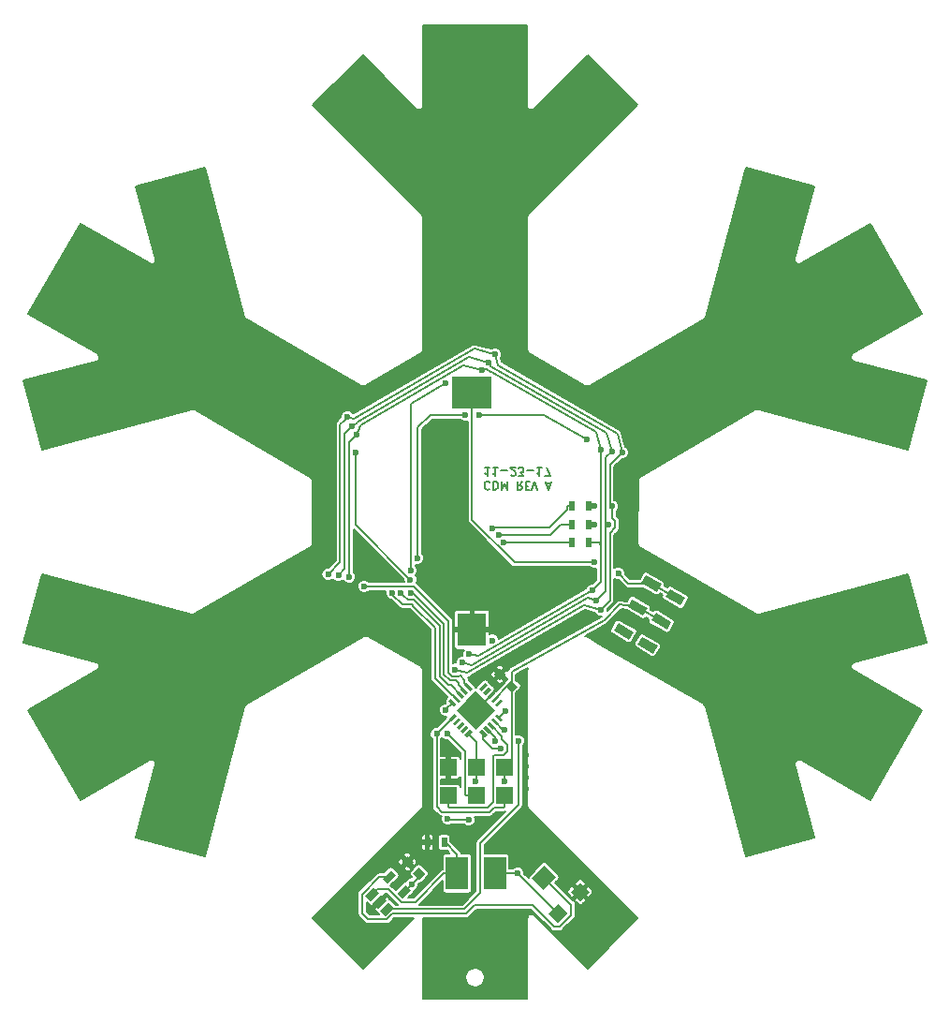
<source format=gbl>
G04 #@! TF.FileFunction,Copper,L2,Bot,Signal*
%FSLAX46Y46*%
G04 Gerber Fmt 4.6, Leading zero omitted, Abs format (unit mm)*
G04 Created by KiCad (PCBNEW 4.0.5+dfsg1-4) date Thu Nov 23 17:58:13 2017*
%MOMM*%
%LPD*%
G01*
G04 APERTURE LIST*
%ADD10C,0.100000*%
%ADD11C,0.150000*%
%ADD12C,0.600000*%
%ADD13R,2.600000X3.000000*%
%ADD14R,3.600000X3.000000*%
%ADD15R,1.524000X1.524000*%
%ADD16R,0.500000X0.900000*%
%ADD17R,2.000000X3.000000*%
%ADD18C,0.203200*%
G04 APERTURE END LIST*
D10*
D11*
X139105000Y-104255643D02*
X139069286Y-104219929D01*
X138962143Y-104184214D01*
X138890714Y-104184214D01*
X138783571Y-104219929D01*
X138712143Y-104291357D01*
X138676428Y-104362786D01*
X138640714Y-104505643D01*
X138640714Y-104612786D01*
X138676428Y-104755643D01*
X138712143Y-104827071D01*
X138783571Y-104898500D01*
X138890714Y-104934214D01*
X138962143Y-104934214D01*
X139069286Y-104898500D01*
X139105000Y-104862786D01*
X139426428Y-104184214D02*
X139426428Y-104934214D01*
X139605000Y-104934214D01*
X139712143Y-104898500D01*
X139783571Y-104827071D01*
X139819286Y-104755643D01*
X139855000Y-104612786D01*
X139855000Y-104505643D01*
X139819286Y-104362786D01*
X139783571Y-104291357D01*
X139712143Y-104219929D01*
X139605000Y-104184214D01*
X139426428Y-104184214D01*
X140176428Y-104184214D02*
X140176428Y-104934214D01*
X140426428Y-104398500D01*
X140676428Y-104934214D01*
X140676428Y-104184214D01*
X142033572Y-104184214D02*
X141783572Y-104541357D01*
X141605000Y-104184214D02*
X141605000Y-104934214D01*
X141890715Y-104934214D01*
X141962143Y-104898500D01*
X141997858Y-104862786D01*
X142033572Y-104791357D01*
X142033572Y-104684214D01*
X141997858Y-104612786D01*
X141962143Y-104577071D01*
X141890715Y-104541357D01*
X141605000Y-104541357D01*
X142355000Y-104577071D02*
X142605000Y-104577071D01*
X142712143Y-104184214D02*
X142355000Y-104184214D01*
X142355000Y-104934214D01*
X142712143Y-104934214D01*
X142926429Y-104934214D02*
X143176429Y-104184214D01*
X143426429Y-104934214D01*
X144212143Y-104398500D02*
X144569286Y-104398500D01*
X144140715Y-104184214D02*
X144390715Y-104934214D01*
X144640715Y-104184214D01*
X139105000Y-102909214D02*
X138676428Y-102909214D01*
X138890714Y-102909214D02*
X138890714Y-103659214D01*
X138819285Y-103552071D01*
X138747857Y-103480643D01*
X138676428Y-103444929D01*
X139819286Y-102909214D02*
X139390714Y-102909214D01*
X139605000Y-102909214D02*
X139605000Y-103659214D01*
X139533571Y-103552071D01*
X139462143Y-103480643D01*
X139390714Y-103444929D01*
X140140714Y-103194929D02*
X140712143Y-103194929D01*
X141033571Y-103587786D02*
X141069285Y-103623500D01*
X141140714Y-103659214D01*
X141319285Y-103659214D01*
X141390714Y-103623500D01*
X141426428Y-103587786D01*
X141462143Y-103516357D01*
X141462143Y-103444929D01*
X141426428Y-103337786D01*
X140997857Y-102909214D01*
X141462143Y-102909214D01*
X141712143Y-103659214D02*
X142176429Y-103659214D01*
X141926429Y-103373500D01*
X142033571Y-103373500D01*
X142105000Y-103337786D01*
X142140714Y-103302071D01*
X142176429Y-103230643D01*
X142176429Y-103052071D01*
X142140714Y-102980643D01*
X142105000Y-102944929D01*
X142033571Y-102909214D01*
X141819286Y-102909214D01*
X141747857Y-102944929D01*
X141712143Y-102980643D01*
X142497857Y-103194929D02*
X143069286Y-103194929D01*
X143819286Y-102909214D02*
X143390714Y-102909214D01*
X143605000Y-102909214D02*
X143605000Y-103659214D01*
X143533571Y-103552071D01*
X143462143Y-103480643D01*
X143390714Y-103444929D01*
X144069286Y-103659214D02*
X144569286Y-103659214D01*
X144247857Y-102909214D01*
D12*
X142367000Y-131953000D03*
X139319000Y-116459000D03*
X138430000Y-115570000D03*
X142367000Y-130937000D03*
X142367000Y-129921000D03*
D13*
X137517862Y-117589639D03*
D14*
X137517862Y-96152039D03*
D10*
G36*
X140584348Y-121639018D02*
X140054018Y-122169348D01*
X139488332Y-121603662D01*
X140018662Y-121073332D01*
X140584348Y-121639018D01*
X140584348Y-121639018D01*
G37*
G36*
X141645008Y-122699678D02*
X141114678Y-123230008D01*
X140548992Y-122664322D01*
X141079322Y-122133992D01*
X141645008Y-122699678D01*
X141645008Y-122699678D01*
G37*
G36*
X132188902Y-139611284D02*
X132719232Y-139080954D01*
X133284918Y-139646640D01*
X132754588Y-140176970D01*
X132188902Y-139611284D01*
X132188902Y-139611284D01*
G37*
G36*
X131128242Y-138550624D02*
X131658572Y-138020294D01*
X132224258Y-138585980D01*
X131693928Y-139116310D01*
X131128242Y-138550624D01*
X131128242Y-138550624D01*
G37*
D15*
X140462000Y-130048000D03*
X137922000Y-130048000D03*
X137922000Y-132588000D03*
X140462000Y-132588000D03*
X135382000Y-130048000D03*
X135382000Y-132588000D03*
D16*
X146570000Y-109728000D03*
X148070000Y-109728000D03*
X146570000Y-108077000D03*
X148070000Y-108077000D03*
X146558000Y-106426000D03*
X148058000Y-106426000D03*
D17*
X139572582Y-139606632D03*
X136172582Y-139606632D03*
D16*
X134988582Y-136812629D03*
X133488582Y-136812629D03*
D10*
G36*
X147296041Y-140437661D02*
X148144569Y-141286189D01*
X147296041Y-142134717D01*
X146447513Y-141286189D01*
X147296041Y-140437661D01*
X147296041Y-140437661D01*
G37*
G36*
X145316142Y-142417560D02*
X146164670Y-143266088D01*
X145316142Y-144114616D01*
X144467614Y-143266088D01*
X145316142Y-142417560D01*
X145316142Y-142417560D01*
G37*
G36*
X144050421Y-138889097D02*
X145111082Y-139949758D01*
X143979711Y-141081129D01*
X142919050Y-140020468D01*
X144050421Y-138889097D01*
X144050421Y-138889097D01*
G37*
G36*
X152911044Y-118239128D02*
X154296684Y-119039128D01*
X153896684Y-119731948D01*
X152511044Y-118931948D01*
X152911044Y-118239128D01*
X152911044Y-118239128D01*
G37*
G36*
X154161044Y-116074064D02*
X155546684Y-116874064D01*
X155146684Y-117566884D01*
X153761044Y-116766884D01*
X154161044Y-116074064D01*
X154161044Y-116074064D01*
G37*
G36*
X155411044Y-113909001D02*
X156796684Y-114709001D01*
X156396684Y-115401821D01*
X155011044Y-114601821D01*
X155411044Y-113909001D01*
X155411044Y-113909001D01*
G37*
G36*
X150745981Y-116989128D02*
X152131621Y-117789128D01*
X151731621Y-118481948D01*
X150345981Y-117681948D01*
X150745981Y-116989128D01*
X150745981Y-116989128D01*
G37*
G36*
X151995981Y-114824064D02*
X153381621Y-115624064D01*
X152981621Y-116316884D01*
X151595981Y-115516884D01*
X151995981Y-114824064D01*
X151995981Y-114824064D01*
G37*
G36*
X153245981Y-112659001D02*
X154631621Y-113459001D01*
X154231621Y-114151821D01*
X152845981Y-113351821D01*
X153245981Y-112659001D01*
X153245981Y-112659001D01*
G37*
G36*
X129669557Y-143438776D02*
X129209938Y-142979157D01*
X129959471Y-142229624D01*
X130419090Y-142689243D01*
X129669557Y-143438776D01*
X129669557Y-143438776D01*
G37*
G36*
X128997806Y-142767024D02*
X128538187Y-142307405D01*
X129287720Y-141557872D01*
X129747339Y-142017491D01*
X128997806Y-142767024D01*
X128997806Y-142767024D01*
G37*
G36*
X128326054Y-142095273D02*
X127866435Y-141635654D01*
X128615968Y-140886121D01*
X129075587Y-141345740D01*
X128326054Y-142095273D01*
X128326054Y-142095273D01*
G37*
G36*
X129881689Y-140539638D02*
X129422070Y-140080019D01*
X130171603Y-139330486D01*
X130631222Y-139790105D01*
X129881689Y-140539638D01*
X129881689Y-140539638D01*
G37*
G36*
X131225192Y-141883141D02*
X130765573Y-141423522D01*
X131515106Y-140673989D01*
X131974725Y-141133608D01*
X131225192Y-141883141D01*
X131225192Y-141883141D01*
G37*
G36*
X135396696Y-124022614D02*
X135608828Y-123810482D01*
X136125016Y-124326670D01*
X135912884Y-124538802D01*
X135396696Y-124022614D01*
X135396696Y-124022614D01*
G37*
G36*
X135750250Y-123669061D02*
X135962382Y-123456929D01*
X136478570Y-123973117D01*
X136266438Y-124185249D01*
X135750250Y-123669061D01*
X135750250Y-123669061D01*
G37*
G36*
X136103803Y-123315507D02*
X136315935Y-123103375D01*
X136832123Y-123619563D01*
X136619991Y-123831695D01*
X136103803Y-123315507D01*
X136103803Y-123315507D01*
G37*
G36*
X136457357Y-122961954D02*
X136669489Y-122749822D01*
X137185677Y-123266010D01*
X136973545Y-123478142D01*
X136457357Y-122961954D01*
X136457357Y-122961954D01*
G37*
G36*
X136810910Y-122608400D02*
X137023042Y-122396268D01*
X137539230Y-122912456D01*
X137327098Y-123124588D01*
X136810910Y-122608400D01*
X136810910Y-122608400D01*
G37*
G36*
X138691814Y-122396268D02*
X138903946Y-122608400D01*
X138387758Y-123124588D01*
X138175626Y-122912456D01*
X138691814Y-122396268D01*
X138691814Y-122396268D01*
G37*
G36*
X139045367Y-122749822D02*
X139257499Y-122961954D01*
X138741311Y-123478142D01*
X138529179Y-123266010D01*
X139045367Y-122749822D01*
X139045367Y-122749822D01*
G37*
G36*
X139398921Y-123103375D02*
X139611053Y-123315507D01*
X139094865Y-123831695D01*
X138882733Y-123619563D01*
X139398921Y-123103375D01*
X139398921Y-123103375D01*
G37*
G36*
X139752474Y-123456929D02*
X139964606Y-123669061D01*
X139448418Y-124185249D01*
X139236286Y-123973117D01*
X139752474Y-123456929D01*
X139752474Y-123456929D01*
G37*
G36*
X140106028Y-123810482D02*
X140318160Y-124022614D01*
X139801972Y-124538802D01*
X139589840Y-124326670D01*
X140106028Y-123810482D01*
X140106028Y-123810482D01*
G37*
G36*
X139589840Y-125387330D02*
X139801972Y-125175198D01*
X140318160Y-125691386D01*
X140106028Y-125903518D01*
X139589840Y-125387330D01*
X139589840Y-125387330D01*
G37*
G36*
X139236286Y-125740883D02*
X139448418Y-125528751D01*
X139964606Y-126044939D01*
X139752474Y-126257071D01*
X139236286Y-125740883D01*
X139236286Y-125740883D01*
G37*
G36*
X138882733Y-126094437D02*
X139094865Y-125882305D01*
X139611053Y-126398493D01*
X139398921Y-126610625D01*
X138882733Y-126094437D01*
X138882733Y-126094437D01*
G37*
G36*
X138529179Y-126447990D02*
X138741311Y-126235858D01*
X139257499Y-126752046D01*
X139045367Y-126964178D01*
X138529179Y-126447990D01*
X138529179Y-126447990D01*
G37*
G36*
X138175626Y-126801544D02*
X138387758Y-126589412D01*
X138903946Y-127105600D01*
X138691814Y-127317732D01*
X138175626Y-126801544D01*
X138175626Y-126801544D01*
G37*
G36*
X137327098Y-126589412D02*
X137539230Y-126801544D01*
X137023042Y-127317732D01*
X136810910Y-127105600D01*
X137327098Y-126589412D01*
X137327098Y-126589412D01*
G37*
G36*
X136973545Y-126235858D02*
X137185677Y-126447990D01*
X136669489Y-126964178D01*
X136457357Y-126752046D01*
X136973545Y-126235858D01*
X136973545Y-126235858D01*
G37*
G36*
X136619991Y-125882305D02*
X136832123Y-126094437D01*
X136315935Y-126610625D01*
X136103803Y-126398493D01*
X136619991Y-125882305D01*
X136619991Y-125882305D01*
G37*
G36*
X136266438Y-125528751D02*
X136478570Y-125740883D01*
X135962382Y-126257071D01*
X135750250Y-126044939D01*
X136266438Y-125528751D01*
X136266438Y-125528751D01*
G37*
G36*
X135912884Y-125175198D02*
X136125016Y-125387330D01*
X135608828Y-125903518D01*
X135396696Y-125691386D01*
X135912884Y-125175198D01*
X135912884Y-125175198D01*
G37*
G36*
X137857428Y-124857000D02*
X138741311Y-123973117D01*
X139625194Y-124857000D01*
X138741311Y-125740883D01*
X137857428Y-124857000D01*
X137857428Y-124857000D01*
G37*
G36*
X136973545Y-125740883D02*
X137857428Y-124857000D01*
X138741311Y-125740883D01*
X137857428Y-126624766D01*
X136973545Y-125740883D01*
X136973545Y-125740883D01*
G37*
G36*
X136973545Y-123973117D02*
X137857428Y-123089234D01*
X138741311Y-123973117D01*
X137857428Y-124857000D01*
X136973545Y-123973117D01*
X136973545Y-123973117D01*
G37*
G36*
X136089662Y-124857000D02*
X136973545Y-123973117D01*
X137857428Y-124857000D01*
X136973545Y-125740883D01*
X136089662Y-124857000D01*
X136089662Y-124857000D01*
G37*
D12*
X142367000Y-128905000D03*
X148572922Y-111506000D03*
X150749000Y-112522000D03*
X148082000Y-142113000D03*
X131064000Y-137922000D03*
X128270000Y-143002000D03*
X137541000Y-115570000D03*
X139319000Y-117602000D03*
X137857428Y-123973117D03*
X135316571Y-128651000D03*
X132080000Y-140568714D03*
X141656686Y-139606632D03*
X140462000Y-131318000D03*
X135128000Y-124841000D03*
X135255000Y-127000000D03*
X141701800Y-127635000D03*
X139603200Y-127651841D03*
X134315199Y-126985015D03*
X140381659Y-109681341D03*
X135316569Y-134666011D03*
X137215584Y-134775117D03*
X137795000Y-131318000D03*
X139909401Y-109031644D03*
X140070027Y-128305451D03*
X139319000Y-108458000D03*
X127746636Y-113659654D03*
X131936801Y-113054854D03*
X131980499Y-114272501D03*
X127006396Y-101541478D03*
X131971210Y-112233945D03*
X131064000Y-114264454D03*
X135126277Y-95339988D03*
X147895723Y-100405971D03*
X130260797Y-114264454D03*
X132576010Y-111125000D03*
X136913062Y-98171000D03*
X138176000Y-98171000D03*
X140492200Y-124968000D03*
X140468373Y-126612627D03*
X139321063Y-118547656D03*
X148407391Y-114000025D03*
X149177722Y-101278590D03*
X138406862Y-94148833D03*
X127067831Y-100001513D03*
X126401594Y-112819875D03*
X137267461Y-119774686D03*
X149860000Y-108077000D03*
X148572922Y-108077000D03*
X136632462Y-120536687D03*
X148749801Y-114930954D03*
X150155134Y-101447515D03*
X139041860Y-93459636D03*
X126661919Y-99180574D03*
X125424185Y-112650950D03*
X150188932Y-106426000D03*
X148572922Y-106426000D03*
X149147165Y-115766699D03*
X151108841Y-101575386D03*
X139605792Y-92697638D03*
X126257311Y-98357373D03*
X124499720Y-112573729D03*
X135997459Y-121171686D03*
D18*
X148572922Y-111506000D02*
X141351000Y-111506000D01*
X141351000Y-111506000D02*
X137517862Y-107672862D01*
X137517862Y-107672862D02*
X137517862Y-96152039D01*
X153738801Y-113405411D02*
X151632411Y-113405411D01*
X151632411Y-113405411D02*
X150749000Y-112522000D01*
X153738801Y-113405411D02*
X155903864Y-114655411D01*
X147296041Y-141286189D02*
X147296041Y-141327041D01*
X147296041Y-141327041D02*
X148082000Y-142113000D01*
X131676250Y-138568302D02*
X131676250Y-138534250D01*
X131676250Y-138534250D02*
X131064000Y-137922000D01*
X129142763Y-142162448D02*
X129109552Y-142162448D01*
X129109552Y-142162448D02*
X128270000Y-143002000D01*
X137517862Y-117589639D02*
X137517862Y-115593138D01*
X137517862Y-115593138D02*
X137541000Y-115570000D01*
X137517862Y-117589639D02*
X139306639Y-117589639D01*
X139306639Y-117589639D02*
X139319000Y-117602000D01*
X139246893Y-123467535D02*
X138741311Y-123973117D01*
X138741311Y-123973117D02*
X138741311Y-124857000D01*
X135382000Y-130048000D02*
X135382000Y-128716429D01*
X135382000Y-128716429D02*
X135316571Y-128651000D01*
X141097000Y-122682000D02*
X141097000Y-129413000D01*
X141097000Y-129413000D02*
X140462000Y-130048000D01*
X141097000Y-122682000D02*
X141097000Y-121412000D01*
X150876000Y-115316000D02*
X152488801Y-115570474D01*
X149479000Y-116713000D02*
X150876000Y-115316000D01*
X141097000Y-121412000D02*
X149479000Y-116713000D01*
X131370149Y-141278565D02*
X132080000Y-140568714D01*
X132080000Y-140568714D02*
X132736910Y-139911804D01*
X140462000Y-130048000D02*
X140462000Y-131318000D01*
X139572582Y-139606632D02*
X141656686Y-139606632D01*
X141656686Y-139606632D02*
X145316142Y-143266088D01*
X152488801Y-115570474D02*
X154653864Y-116820474D01*
X139600446Y-123821089D02*
X140739535Y-122682000D01*
X140739535Y-122682000D02*
X141097000Y-122682000D01*
X132736910Y-139911804D02*
X132736910Y-139628962D01*
X136855199Y-132486399D02*
X136855199Y-128600199D01*
X136956800Y-132588000D02*
X136855199Y-132486399D01*
X137922000Y-132588000D02*
X136956800Y-132588000D01*
X135128000Y-124841000D02*
X135128000Y-124807498D01*
X135128000Y-124807498D02*
X135760856Y-124174642D01*
X136855199Y-128600199D02*
X135255000Y-127000000D01*
X140208000Y-127207572D02*
X140208000Y-127508000D01*
X140690590Y-127990590D02*
X140690590Y-128579994D01*
X140208000Y-127508000D02*
X140690590Y-127990590D01*
X139395199Y-129042159D02*
X139395199Y-133187443D01*
X140690590Y-128579994D02*
X140360332Y-128910252D01*
X140360332Y-128910252D02*
X139527106Y-128910252D01*
X139527106Y-128910252D02*
X139395199Y-129042159D01*
X140208000Y-127207572D02*
X139246893Y-126246465D01*
X135382000Y-132588000D02*
X135382000Y-133553200D01*
X135382000Y-133553200D02*
X135483601Y-133654801D01*
X135483601Y-133654801D02*
X138927841Y-133654801D01*
X138927841Y-133654801D02*
X139395199Y-133187443D01*
X136172582Y-139606632D02*
X136172582Y-137903432D01*
X136172582Y-137903432D02*
X135081779Y-136812629D01*
X135081779Y-136812629D02*
X134988582Y-136812629D01*
X128471011Y-141490697D02*
X128916487Y-141045221D01*
X134969382Y-139606632D02*
X136172582Y-139606632D01*
X128916487Y-141045221D02*
X129956205Y-141045221D01*
X129956205Y-141045221D02*
X131098935Y-142187951D01*
X131098935Y-142187951D02*
X132388063Y-142187951D01*
X132388063Y-142187951D02*
X134969382Y-139606632D01*
X144015066Y-139985113D02*
X146469480Y-142439527D01*
X146469480Y-142439527D02*
X146469480Y-143392346D01*
X130298790Y-143240610D02*
X129795814Y-143743586D01*
X146469480Y-143392346D02*
X145442400Y-144419426D01*
X145442400Y-144419426D02*
X144927426Y-144419426D01*
X144927426Y-144419426D02*
X143002000Y-142494000D01*
X143002000Y-142494000D02*
X137699004Y-142494000D01*
X129135960Y-139935062D02*
X129467027Y-139935062D01*
X137699004Y-142494000D02*
X136952394Y-143240610D01*
X136952394Y-143240610D02*
X130298790Y-143240610D01*
X129795814Y-143743586D02*
X128116480Y-143743586D01*
X129467027Y-139935062D02*
X130026646Y-139935062D01*
X128116480Y-143743586D02*
X127561625Y-143188731D01*
X127561625Y-143188731D02*
X127561625Y-141509397D01*
X127561625Y-141509397D02*
X129135960Y-139935062D01*
X141701800Y-127635000D02*
X141701800Y-133420842D01*
X141701800Y-133420842D02*
X138267781Y-136854861D01*
X138267781Y-136854861D02*
X138267781Y-141350473D01*
X136784054Y-142834200D02*
X129814514Y-142834200D01*
X138267781Y-141350473D02*
X136784054Y-142834200D01*
X138893339Y-126600018D02*
X139603200Y-127309879D01*
X139603200Y-127309879D02*
X139603200Y-127651841D01*
X146570000Y-109728000D02*
X140428318Y-109728000D01*
X140428318Y-109728000D02*
X140381659Y-109681341D01*
X140360399Y-133654801D02*
X139502591Y-133654801D01*
X139502591Y-133654801D02*
X139096181Y-134061211D01*
X139096181Y-134061211D02*
X134782569Y-134061211D01*
X134782569Y-134061211D02*
X134315199Y-133593841D01*
X140462000Y-132588000D02*
X140462000Y-133553200D01*
X140462000Y-133553200D02*
X140360399Y-133654801D01*
X134315199Y-126985015D02*
X135432052Y-125868162D01*
X134315199Y-133593841D02*
X134315199Y-126985015D01*
X135432052Y-125868162D02*
X135760856Y-125539358D01*
X137215584Y-134775117D02*
X135425675Y-134775117D01*
X135425675Y-134775117D02*
X135316569Y-134666011D01*
X137922000Y-130048000D02*
X137922000Y-131191000D01*
X137922000Y-131191000D02*
X137795000Y-131318000D01*
X145542000Y-108077000D02*
X144587356Y-109031644D01*
X144587356Y-109031644D02*
X139909401Y-109031644D01*
X146116800Y-108077000D02*
X145542000Y-108077000D01*
X146570000Y-108077000D02*
X146116800Y-108077000D01*
X137175070Y-126953572D02*
X137922000Y-127700502D01*
X137922000Y-127700502D02*
X137922000Y-130048000D01*
X138539786Y-126953572D02*
X138539786Y-127483533D01*
X138539786Y-127483533D02*
X139361704Y-128305451D01*
X139361704Y-128305451D02*
X140070027Y-128305451D01*
X139573000Y-108331000D02*
X139446000Y-108331000D01*
X139446000Y-108331000D02*
X139319000Y-108458000D01*
X144526000Y-108331000D02*
X139573000Y-108331000D01*
X146104800Y-106752200D02*
X144526000Y-108331000D01*
X146104800Y-106426000D02*
X146104800Y-106752200D01*
X146558000Y-106426000D02*
X146104800Y-106426000D01*
X136444113Y-121712113D02*
X136352138Y-121712113D01*
X136352138Y-121712113D02*
X136287764Y-121776487D01*
X136287764Y-121776487D02*
X135707154Y-121776487D01*
X135707154Y-121776487D02*
X135392658Y-121461991D01*
X136846266Y-122431624D02*
X136846266Y-122114266D01*
X136846266Y-122114266D02*
X136444113Y-121712113D01*
X135392658Y-116829342D02*
X132222970Y-113659654D01*
X132222970Y-113659654D02*
X127746636Y-113659654D01*
X137175070Y-122760428D02*
X136846266Y-122431624D01*
X135392658Y-121461991D02*
X135392658Y-116829342D01*
X134986248Y-117079248D02*
X132334000Y-114427000D01*
X131980499Y-114272501D02*
X132179501Y-114272501D01*
X132179501Y-114272501D02*
X132334000Y-114427000D01*
X131936801Y-113054854D02*
X127006396Y-108124449D01*
X127006396Y-108124449D02*
X127006396Y-101541478D01*
X131973064Y-114265066D02*
X131980499Y-114272501D01*
X134986248Y-121630331D02*
X134986248Y-117079248D01*
X136271000Y-122563465D02*
X136271000Y-122428000D01*
X136271000Y-122428000D02*
X136025897Y-122182897D01*
X136025897Y-122182897D02*
X135538813Y-122182896D01*
X135538813Y-122182896D02*
X134986248Y-121630331D01*
X136821517Y-123113982D02*
X136271000Y-122563465D01*
X131953000Y-98476845D02*
X131953000Y-97155000D01*
X131971210Y-112233945D02*
X131971210Y-98495055D01*
X131971210Y-98495055D02*
X131953000Y-98476845D01*
X131318000Y-114427000D02*
X131064000Y-114264454D01*
X131318000Y-114505108D02*
X131318000Y-114427000D01*
X132209552Y-114877302D02*
X131690194Y-114877302D01*
X131690194Y-114877302D02*
X131318000Y-114505108D01*
X132554625Y-115222375D02*
X132209552Y-114877302D01*
X134579838Y-117247588D02*
X132554625Y-115222375D01*
X134579838Y-121798671D02*
X134579838Y-117247588D01*
X136467963Y-123467535D02*
X135589733Y-122589305D01*
X135589733Y-122589305D02*
X135370472Y-122589305D01*
X135370472Y-122589305D02*
X134579838Y-121798671D01*
X131953000Y-97155000D02*
X135126277Y-95339988D01*
X144018000Y-98171000D02*
X147895723Y-100405971D01*
X135698702Y-123492285D02*
X134173428Y-121967011D01*
X135785606Y-123492285D02*
X135698702Y-123492285D01*
X135785606Y-123492285D02*
X136114410Y-123821089D01*
X134173428Y-121967011D02*
X134173428Y-117729000D01*
X134173428Y-117729000D02*
X134173428Y-117415928D01*
X134173428Y-117415928D02*
X132267250Y-115509750D01*
X131188152Y-115283712D02*
X130302000Y-114397560D01*
X132041212Y-115283712D02*
X131188152Y-115283712D01*
X132267250Y-115509750D02*
X132041212Y-115283712D01*
X130302000Y-114305657D02*
X130260797Y-114264454D01*
X130302000Y-114397560D02*
X130302000Y-114305657D01*
X132576010Y-111125000D02*
X132576010Y-99325990D01*
X133731000Y-98171000D02*
X136913062Y-98171000D01*
X132576010Y-99325990D02*
X133731000Y-98171000D01*
X138176000Y-98171000D02*
X144018000Y-98171000D01*
X139954000Y-125539358D02*
X139954000Y-125506200D01*
X139954000Y-125506200D02*
X140492200Y-124968000D01*
X139600446Y-125892911D02*
X140320162Y-126612627D01*
X140320162Y-126612627D02*
X140468373Y-126612627D01*
X148971000Y-109728000D02*
X149177723Y-109934723D01*
X149177723Y-109934723D02*
X149177723Y-113229694D01*
X149177723Y-113229694D02*
X149177721Y-113229696D01*
X149177722Y-101278590D02*
X149177721Y-113229696D01*
X149177721Y-113229696D02*
X148407391Y-114000025D01*
X148070000Y-109728000D02*
X148971000Y-109728000D01*
X148407391Y-114000025D02*
X138044678Y-119982941D01*
X138044678Y-119982941D02*
X137267461Y-119774686D01*
X139254232Y-94249093D02*
X148765587Y-99740476D01*
X148765587Y-99740476D02*
X149177722Y-101278590D01*
X139203883Y-94262584D02*
X139254232Y-94249093D01*
X138406862Y-94148833D02*
X138816668Y-94039027D01*
X138816668Y-94039027D02*
X139203883Y-94262584D01*
X138406862Y-94148833D02*
X136749158Y-93704654D01*
X136749158Y-93704654D02*
X127416794Y-99092696D01*
X127416794Y-99092696D02*
X127264967Y-99659323D01*
X127264967Y-99659323D02*
X127140224Y-99731345D01*
X127140224Y-99731345D02*
X127067831Y-100001513D01*
X126401594Y-112819875D02*
X126401595Y-100667750D01*
X126401595Y-100667750D02*
X127067831Y-100001513D01*
X149584131Y-107971869D02*
X149584131Y-114096621D01*
X149584131Y-114096621D02*
X148749801Y-114930954D01*
X150155134Y-101447515D02*
X149584132Y-102018518D01*
X149584132Y-102018518D02*
X149584131Y-107971869D01*
X149584131Y-107971869D02*
X149584131Y-107971869D01*
X149584131Y-107971869D02*
X149754869Y-107971869D01*
X149754869Y-107971869D02*
X149860000Y-108077000D01*
X148070000Y-108077000D02*
X148572922Y-108077000D01*
X147969798Y-114721952D02*
X137497103Y-120768365D01*
X137497103Y-120768365D02*
X136632462Y-120536687D01*
X148749801Y-114930954D02*
X147969798Y-114721952D01*
X139041860Y-93459636D02*
X139152836Y-93523708D01*
X139152836Y-93523708D02*
X139215461Y-93757428D01*
X139215461Y-93757428D02*
X149719573Y-99821979D01*
X149719573Y-99821979D02*
X150155134Y-101447515D01*
X126661919Y-99180574D02*
X127029342Y-98968441D01*
X127029342Y-98968441D02*
X127067804Y-98824905D01*
X127067804Y-98824905D02*
X137210608Y-92968952D01*
X137210608Y-92968952D02*
X138632056Y-93349830D01*
X138632056Y-93349830D02*
X139041860Y-93459636D01*
X125424185Y-112650950D02*
X125995183Y-112079948D01*
X125995183Y-112079948D02*
X125995183Y-99847308D01*
X125995183Y-99847308D02*
X126361920Y-99480573D01*
X126361920Y-99480573D02*
X126661919Y-99180574D01*
X149990541Y-108841565D02*
X149990541Y-114923320D01*
X149990541Y-114923320D02*
X149990543Y-114923322D01*
X150188932Y-106426000D02*
X150188932Y-107510826D01*
X150188932Y-107510826D02*
X150464801Y-107786695D01*
X150464801Y-107786695D02*
X150464801Y-108367305D01*
X150464801Y-108367305D02*
X149990541Y-108841565D01*
X151108841Y-101575386D02*
X149990541Y-102693683D01*
X149990541Y-102693683D02*
X149990541Y-106227609D01*
X149990541Y-106227609D02*
X150188932Y-106426000D01*
X148058000Y-106426000D02*
X148572922Y-106426000D01*
X147662227Y-115368810D02*
X137099770Y-121467048D01*
X137099770Y-121467048D02*
X135997459Y-121171686D01*
X149147165Y-115766699D02*
X147662227Y-115368810D01*
X149990543Y-114923322D02*
X149147165Y-115766699D01*
X139864410Y-93662817D02*
X150658531Y-99894805D01*
X150658531Y-99894805D02*
X151108841Y-101575386D01*
X139605792Y-92697638D02*
X139864410Y-93662817D01*
X126257311Y-98357373D02*
X126808818Y-98505149D01*
X126808818Y-98505149D02*
X137735653Y-92196537D01*
X137735653Y-92196537D02*
X139195986Y-92587831D01*
X139195986Y-92587831D02*
X139605792Y-92697638D01*
X124499720Y-112573729D02*
X125588774Y-111484677D01*
X125588774Y-111484677D02*
X125588772Y-99025910D01*
X125588772Y-99025910D02*
X125957312Y-98657373D01*
X125957312Y-98657373D02*
X126257311Y-98357373D01*
G36*
X142551755Y-121080493D02*
X142523693Y-121122491D01*
X142518970Y-121146236D01*
X142508165Y-121167902D01*
X142504637Y-121218289D01*
X142494782Y-121267834D01*
X142494777Y-133510630D01*
X142523688Y-133655973D01*
X142606018Y-133779189D01*
X152497461Y-143670630D01*
X147954583Y-148213514D01*
X143143137Y-143402068D01*
X143019921Y-143319738D01*
X142874578Y-143290827D01*
X142729235Y-143319738D01*
X142606019Y-143402068D01*
X142523689Y-143525284D01*
X142494778Y-143670627D01*
X142494779Y-150910829D01*
X133094378Y-150910830D01*
X133094379Y-149004630D01*
X136906778Y-149004630D01*
X136974358Y-149344376D01*
X137166809Y-149632399D01*
X137454832Y-149824850D01*
X137794578Y-149892430D01*
X138134324Y-149824850D01*
X138422347Y-149632399D01*
X138614798Y-149344376D01*
X138682378Y-149004630D01*
X138614798Y-148664884D01*
X138422347Y-148376861D01*
X138134324Y-148184410D01*
X137794578Y-148116830D01*
X137454832Y-148184410D01*
X137166809Y-148376861D01*
X136974358Y-148664884D01*
X136906778Y-149004630D01*
X133094379Y-149004630D01*
X133094382Y-143670627D01*
X133089684Y-143647010D01*
X136952394Y-143647010D01*
X137107917Y-143616075D01*
X137239762Y-143527978D01*
X137867340Y-142900400D01*
X142833664Y-142900400D01*
X144640058Y-144706795D01*
X144771904Y-144794892D01*
X144927426Y-144825826D01*
X145442400Y-144825826D01*
X145597923Y-144794891D01*
X145729768Y-144706794D01*
X146756848Y-143679715D01*
X146844945Y-143547869D01*
X146848901Y-143527979D01*
X146875880Y-143392346D01*
X146875880Y-142439527D01*
X146863637Y-142377974D01*
X146844946Y-142284005D01*
X146756849Y-142152159D01*
X146584551Y-141979861D01*
X146817895Y-141979861D01*
X146817895Y-142087624D01*
X147037644Y-142307373D01*
X147123386Y-142393114D01*
X147235413Y-142439518D01*
X147356670Y-142439517D01*
X147468697Y-142393114D01*
X147774187Y-142087624D01*
X147774187Y-141979861D01*
X147296041Y-141501715D01*
X146817895Y-141979861D01*
X146584551Y-141979861D01*
X145951507Y-141346817D01*
X146142712Y-141346817D01*
X146189116Y-141458844D01*
X146274857Y-141544586D01*
X146494606Y-141764335D01*
X146602369Y-141764335D01*
X147080515Y-141286189D01*
X147511567Y-141286189D01*
X147989713Y-141764335D01*
X148097476Y-141764335D01*
X148402966Y-141458845D01*
X148449369Y-141346818D01*
X148449370Y-141225561D01*
X148402966Y-141113534D01*
X148317225Y-141027792D01*
X148097476Y-140808043D01*
X147989713Y-140808043D01*
X147511567Y-141286189D01*
X147080515Y-141286189D01*
X146602369Y-140808043D01*
X146494606Y-140808043D01*
X146189116Y-141113533D01*
X146142713Y-141225560D01*
X146142712Y-141346817D01*
X145951507Y-141346817D01*
X145089444Y-140484754D01*
X146817895Y-140484754D01*
X146817895Y-140592517D01*
X147296041Y-141070663D01*
X147774187Y-140592517D01*
X147774187Y-140484754D01*
X147554438Y-140265005D01*
X147468696Y-140179264D01*
X147356669Y-140132860D01*
X147235412Y-140132861D01*
X147123385Y-140179264D01*
X146817895Y-140484754D01*
X145089444Y-140484754D01*
X145052513Y-140447823D01*
X145330830Y-140169506D01*
X145395671Y-140074609D01*
X145421823Y-139954051D01*
X145399012Y-139832817D01*
X145330830Y-139730010D01*
X144270169Y-138669349D01*
X144175272Y-138604508D01*
X144054714Y-138578356D01*
X143933480Y-138601167D01*
X143830673Y-138669349D01*
X142699302Y-139800720D01*
X142634461Y-139895617D01*
X142614130Y-139989340D01*
X142261460Y-139636670D01*
X142261591Y-139486858D01*
X142169710Y-139264488D01*
X141999725Y-139094206D01*
X141777516Y-139001937D01*
X141536912Y-139001727D01*
X141314542Y-139093608D01*
X141207732Y-139200232D01*
X140883353Y-139200232D01*
X140883353Y-138106632D01*
X140862100Y-137993680D01*
X140795345Y-137889940D01*
X140693489Y-137820345D01*
X140572582Y-137795861D01*
X138674181Y-137795861D01*
X138674181Y-137023197D01*
X141989168Y-133708210D01*
X142077265Y-133576365D01*
X142108200Y-133420842D01*
X142108200Y-128083880D01*
X142214226Y-127978039D01*
X142306495Y-127755830D01*
X142306705Y-127515226D01*
X142214824Y-127292856D01*
X142044839Y-127122574D01*
X141822630Y-127030305D01*
X141582026Y-127030095D01*
X141503400Y-127062582D01*
X141503400Y-123280782D01*
X141864756Y-122919426D01*
X141929597Y-122824529D01*
X141955749Y-122703971D01*
X141932938Y-122582737D01*
X141864756Y-122479930D01*
X141503400Y-122118574D01*
X141503400Y-121650075D01*
X142564306Y-121055324D01*
X142551755Y-121080493D01*
X142551755Y-121080493D01*
G37*
X142551755Y-121080493D02*
X142523693Y-121122491D01*
X142518970Y-121146236D01*
X142508165Y-121167902D01*
X142504637Y-121218289D01*
X142494782Y-121267834D01*
X142494777Y-133510630D01*
X142523688Y-133655973D01*
X142606018Y-133779189D01*
X152497461Y-143670630D01*
X147954583Y-148213514D01*
X143143137Y-143402068D01*
X143019921Y-143319738D01*
X142874578Y-143290827D01*
X142729235Y-143319738D01*
X142606019Y-143402068D01*
X142523689Y-143525284D01*
X142494778Y-143670627D01*
X142494779Y-150910829D01*
X133094378Y-150910830D01*
X133094379Y-149004630D01*
X136906778Y-149004630D01*
X136974358Y-149344376D01*
X137166809Y-149632399D01*
X137454832Y-149824850D01*
X137794578Y-149892430D01*
X138134324Y-149824850D01*
X138422347Y-149632399D01*
X138614798Y-149344376D01*
X138682378Y-149004630D01*
X138614798Y-148664884D01*
X138422347Y-148376861D01*
X138134324Y-148184410D01*
X137794578Y-148116830D01*
X137454832Y-148184410D01*
X137166809Y-148376861D01*
X136974358Y-148664884D01*
X136906778Y-149004630D01*
X133094379Y-149004630D01*
X133094382Y-143670627D01*
X133089684Y-143647010D01*
X136952394Y-143647010D01*
X137107917Y-143616075D01*
X137239762Y-143527978D01*
X137867340Y-142900400D01*
X142833664Y-142900400D01*
X144640058Y-144706795D01*
X144771904Y-144794892D01*
X144927426Y-144825826D01*
X145442400Y-144825826D01*
X145597923Y-144794891D01*
X145729768Y-144706794D01*
X146756848Y-143679715D01*
X146844945Y-143547869D01*
X146848901Y-143527979D01*
X146875880Y-143392346D01*
X146875880Y-142439527D01*
X146863637Y-142377974D01*
X146844946Y-142284005D01*
X146756849Y-142152159D01*
X146584551Y-141979861D01*
X146817895Y-141979861D01*
X146817895Y-142087624D01*
X147037644Y-142307373D01*
X147123386Y-142393114D01*
X147235413Y-142439518D01*
X147356670Y-142439517D01*
X147468697Y-142393114D01*
X147774187Y-142087624D01*
X147774187Y-141979861D01*
X147296041Y-141501715D01*
X146817895Y-141979861D01*
X146584551Y-141979861D01*
X145951507Y-141346817D01*
X146142712Y-141346817D01*
X146189116Y-141458844D01*
X146274857Y-141544586D01*
X146494606Y-141764335D01*
X146602369Y-141764335D01*
X147080515Y-141286189D01*
X147511567Y-141286189D01*
X147989713Y-141764335D01*
X148097476Y-141764335D01*
X148402966Y-141458845D01*
X148449369Y-141346818D01*
X148449370Y-141225561D01*
X148402966Y-141113534D01*
X148317225Y-141027792D01*
X148097476Y-140808043D01*
X147989713Y-140808043D01*
X147511567Y-141286189D01*
X147080515Y-141286189D01*
X146602369Y-140808043D01*
X146494606Y-140808043D01*
X146189116Y-141113533D01*
X146142713Y-141225560D01*
X146142712Y-141346817D01*
X145951507Y-141346817D01*
X145089444Y-140484754D01*
X146817895Y-140484754D01*
X146817895Y-140592517D01*
X147296041Y-141070663D01*
X147774187Y-140592517D01*
X147774187Y-140484754D01*
X147554438Y-140265005D01*
X147468696Y-140179264D01*
X147356669Y-140132860D01*
X147235412Y-140132861D01*
X147123385Y-140179264D01*
X146817895Y-140484754D01*
X145089444Y-140484754D01*
X145052513Y-140447823D01*
X145330830Y-140169506D01*
X145395671Y-140074609D01*
X145421823Y-139954051D01*
X145399012Y-139832817D01*
X145330830Y-139730010D01*
X144270169Y-138669349D01*
X144175272Y-138604508D01*
X144054714Y-138578356D01*
X143933480Y-138601167D01*
X143830673Y-138669349D01*
X142699302Y-139800720D01*
X142634461Y-139895617D01*
X142614130Y-139989340D01*
X142261460Y-139636670D01*
X142261591Y-139486858D01*
X142169710Y-139264488D01*
X141999725Y-139094206D01*
X141777516Y-139001937D01*
X141536912Y-139001727D01*
X141314542Y-139093608D01*
X141207732Y-139200232D01*
X140883353Y-139200232D01*
X140883353Y-138106632D01*
X140862100Y-137993680D01*
X140795345Y-137889940D01*
X140693489Y-137820345D01*
X140572582Y-137795861D01*
X138674181Y-137795861D01*
X138674181Y-137023197D01*
X141989168Y-133708210D01*
X142077265Y-133576365D01*
X142108200Y-133420842D01*
X142108200Y-128083880D01*
X142214226Y-127978039D01*
X142306495Y-127755830D01*
X142306705Y-127515226D01*
X142214824Y-127292856D01*
X142044839Y-127122574D01*
X141822630Y-127030305D01*
X141582026Y-127030095D01*
X141503400Y-127062582D01*
X141503400Y-123280782D01*
X141864756Y-122919426D01*
X141929597Y-122824529D01*
X141955749Y-122703971D01*
X141932938Y-122582737D01*
X141864756Y-122479930D01*
X141503400Y-122118574D01*
X141503400Y-121650075D01*
X142564306Y-121055324D01*
X142551755Y-121080493D01*
G36*
X142493431Y-62951690D02*
X142493433Y-70191885D01*
X142522344Y-70337228D01*
X142604674Y-70460444D01*
X142727890Y-70542774D01*
X142873233Y-70571685D01*
X143018576Y-70542774D01*
X143141792Y-70460444D01*
X147953232Y-65649002D01*
X152496113Y-70191888D01*
X142604672Y-80083326D01*
X142604660Y-80083344D01*
X142604642Y-80083356D01*
X142565021Y-80142668D01*
X142522342Y-80206542D01*
X142522337Y-80206565D01*
X142522326Y-80206582D01*
X142508322Y-80277022D01*
X142493431Y-80351885D01*
X142493435Y-80351906D01*
X142493431Y-80351928D01*
X142494781Y-92261073D01*
X142504322Y-92309012D01*
X142507316Y-92357801D01*
X142518659Y-92381046D01*
X142523708Y-92406413D01*
X142550870Y-92447054D01*
X142572306Y-92490981D01*
X142591680Y-92508115D01*
X142606052Y-92529619D01*
X142646695Y-92556769D01*
X142683313Y-92589153D01*
X147737911Y-95535554D01*
X147785554Y-95551948D01*
X147830730Y-95574249D01*
X147855020Y-95575851D01*
X147878037Y-95583771D01*
X147928324Y-95580685D01*
X147978600Y-95584001D01*
X148001654Y-95576186D01*
X148025950Y-95574695D01*
X148071224Y-95552602D01*
X148118945Y-95536425D01*
X158461511Y-89570749D01*
X158461570Y-89570697D01*
X158461644Y-89570672D01*
X158516000Y-89523003D01*
X158572966Y-89473086D01*
X158573002Y-89473013D01*
X158573059Y-89472963D01*
X158605198Y-89407793D01*
X158638563Y-89340204D01*
X158638568Y-89340126D01*
X158638603Y-89340055D01*
X162259120Y-75828099D01*
X168464815Y-77490904D01*
X166703704Y-84063457D01*
X166694013Y-84211330D01*
X166741647Y-84351656D01*
X166839356Y-84463071D01*
X166972264Y-84528615D01*
X167120137Y-84538306D01*
X167260463Y-84490672D01*
X173530660Y-80870571D01*
X178230858Y-89011556D01*
X171960665Y-92631656D01*
X171849250Y-92729364D01*
X171783706Y-92862272D01*
X171774015Y-93010146D01*
X171821649Y-93150472D01*
X171919357Y-93261887D01*
X172052265Y-93327431D01*
X178624810Y-95088544D01*
X176962002Y-101294235D01*
X163450044Y-97673714D01*
X163450021Y-97673713D01*
X163450004Y-97673704D01*
X163377264Y-97668944D01*
X163302170Y-97664023D01*
X163302151Y-97664029D01*
X163302130Y-97664028D01*
X163230041Y-97688507D01*
X163161844Y-97711657D01*
X163161829Y-97711670D01*
X163161809Y-97711677D01*
X152717645Y-103743135D01*
X152681569Y-103774781D01*
X152641430Y-103801085D01*
X152626360Y-103823209D01*
X152606241Y-103840857D01*
X152585022Y-103883897D01*
X152558004Y-103923561D01*
X152552548Y-103949765D01*
X152540712Y-103973772D01*
X152537579Y-104021657D01*
X152527796Y-104068640D01*
X152476996Y-109758243D01*
X152486565Y-109808699D01*
X152489923Y-109859934D01*
X152500255Y-109880885D01*
X152504608Y-109903838D01*
X152532756Y-109946790D01*
X152555466Y-109992841D01*
X152573029Y-110008243D01*
X152585835Y-110027785D01*
X152628273Y-110056692D01*
X152666881Y-110090551D01*
X163162438Y-116150155D01*
X163302764Y-116197788D01*
X163450638Y-116188097D01*
X176962596Y-112567578D01*
X178625404Y-118773269D01*
X172052856Y-120534378D01*
X171919948Y-120599922D01*
X171822239Y-120711337D01*
X171774605Y-120851663D01*
X171784296Y-120999536D01*
X171849309Y-121131368D01*
X171849840Y-121132444D01*
X171961255Y-121230153D01*
X178231447Y-124850249D01*
X173531250Y-132991236D01*
X167261055Y-129371140D01*
X167120729Y-129323506D01*
X166972856Y-129333197D01*
X166839948Y-129398741D01*
X166742239Y-129510156D01*
X166694605Y-129650482D01*
X166704296Y-129798355D01*
X168465405Y-136370904D01*
X162259716Y-138033714D01*
X158639196Y-124521756D01*
X158639057Y-124521474D01*
X158639036Y-124521163D01*
X158606390Y-124455234D01*
X158573652Y-124388849D01*
X158573416Y-124388642D01*
X158573277Y-124388361D01*
X158517717Y-124339795D01*
X158462237Y-124291140D01*
X158461940Y-124291039D01*
X158461704Y-124290833D01*
X149063450Y-118885008D01*
X152203838Y-118885008D01*
X152209780Y-119008227D01*
X152263192Y-119119426D01*
X152355658Y-119201084D01*
X153741298Y-120001084D01*
X153849744Y-120039154D01*
X153972963Y-120033212D01*
X154084162Y-119979800D01*
X154165820Y-119887334D01*
X154565820Y-119194514D01*
X154603890Y-119086068D01*
X154597948Y-118962849D01*
X154544536Y-118851650D01*
X154452070Y-118769992D01*
X153066430Y-117969992D01*
X152957984Y-117931922D01*
X152834765Y-117937864D01*
X152723566Y-117991276D01*
X152641908Y-118083742D01*
X152241908Y-118776562D01*
X152203838Y-118885008D01*
X149063450Y-118885008D01*
X147864551Y-118195408D01*
X147818560Y-118179879D01*
X147775116Y-118158214D01*
X147748975Y-118156384D01*
X147740496Y-118153521D01*
X148665411Y-117635008D01*
X150038775Y-117635008D01*
X150044717Y-117758227D01*
X150098129Y-117869426D01*
X150190595Y-117951084D01*
X151576235Y-118751084D01*
X151684681Y-118789154D01*
X151807900Y-118783212D01*
X151919099Y-118729800D01*
X152000757Y-118637334D01*
X152400757Y-117944514D01*
X152438827Y-117836068D01*
X152432885Y-117712849D01*
X152379473Y-117601650D01*
X152287007Y-117519992D01*
X150901367Y-116719992D01*
X150792921Y-116681922D01*
X150669702Y-116687864D01*
X150558503Y-116741276D01*
X150476845Y-116833742D01*
X150076845Y-117526562D01*
X150038775Y-117635008D01*
X148665411Y-117635008D01*
X149677732Y-117067495D01*
X149720067Y-117031305D01*
X149766368Y-117000368D01*
X151017052Y-115749684D01*
X151513270Y-115827979D01*
X152826235Y-116586020D01*
X152934681Y-116624090D01*
X153057900Y-116618148D01*
X153169099Y-116564736D01*
X153246435Y-116477165D01*
X153489751Y-116617643D01*
X153453838Y-116719944D01*
X153459780Y-116843163D01*
X153513192Y-116954362D01*
X153605658Y-117036020D01*
X154991298Y-117836020D01*
X155099744Y-117874090D01*
X155222963Y-117868148D01*
X155334162Y-117814736D01*
X155415820Y-117722270D01*
X155815820Y-117029450D01*
X155853890Y-116921004D01*
X155847948Y-116797785D01*
X155794536Y-116686586D01*
X155702070Y-116604928D01*
X154316430Y-115804928D01*
X154207984Y-115766858D01*
X154084765Y-115772800D01*
X153973566Y-115826212D01*
X153896230Y-115913784D01*
X153652914Y-115773305D01*
X153688827Y-115671004D01*
X153682885Y-115547785D01*
X153629473Y-115436586D01*
X153537007Y-115354928D01*
X152151367Y-114554928D01*
X152042921Y-114516858D01*
X151919702Y-114522800D01*
X151808503Y-114576212D01*
X151726845Y-114668678D01*
X151530985Y-115007918D01*
X150939340Y-114914566D01*
X150907371Y-114915841D01*
X150876000Y-114909601D01*
X150828897Y-114918970D01*
X150780896Y-114920884D01*
X150751852Y-114934294D01*
X150720477Y-114940535D01*
X150680537Y-114967223D01*
X150636932Y-114987356D01*
X150615232Y-115010859D01*
X150588632Y-115028632D01*
X149751879Y-115865385D01*
X149751992Y-115736609D01*
X150277911Y-115210690D01*
X150366008Y-115078845D01*
X150396943Y-114923322D01*
X150396941Y-114923312D01*
X150396941Y-113025390D01*
X150405961Y-113034426D01*
X150628170Y-113126695D01*
X150779091Y-113126827D01*
X151345043Y-113692779D01*
X151476888Y-113780876D01*
X151632411Y-113811811D01*
X153021164Y-113811811D01*
X154076235Y-114420957D01*
X154184681Y-114459027D01*
X154307900Y-114453085D01*
X154419099Y-114399673D01*
X154496435Y-114312102D01*
X154739751Y-114452580D01*
X154703838Y-114554881D01*
X154709780Y-114678100D01*
X154763192Y-114789299D01*
X154855658Y-114870957D01*
X156241298Y-115670957D01*
X156349744Y-115709027D01*
X156472963Y-115703085D01*
X156584162Y-115649673D01*
X156665820Y-115557207D01*
X157065820Y-114864387D01*
X157103890Y-114755941D01*
X157097948Y-114632722D01*
X157044536Y-114521523D01*
X156952070Y-114439865D01*
X155566430Y-113639865D01*
X155457984Y-113601795D01*
X155334765Y-113607737D01*
X155223566Y-113661149D01*
X155146230Y-113748721D01*
X154902914Y-113608242D01*
X154938827Y-113505941D01*
X154932885Y-113382722D01*
X154879473Y-113271523D01*
X154787007Y-113189865D01*
X153401367Y-112389865D01*
X153292921Y-112351795D01*
X153169702Y-112357737D01*
X153058503Y-112411149D01*
X152976845Y-112503615D01*
X152690828Y-112999011D01*
X151800747Y-112999011D01*
X151353774Y-112552038D01*
X151353905Y-112402226D01*
X151262024Y-112179856D01*
X151092039Y-112009574D01*
X150869830Y-111917305D01*
X150629226Y-111917095D01*
X150406856Y-112008976D01*
X150396941Y-112018874D01*
X150396941Y-109009901D01*
X150752169Y-108654673D01*
X150776427Y-108618368D01*
X150840266Y-108522828D01*
X150871201Y-108367305D01*
X150871201Y-107786695D01*
X150840266Y-107631172D01*
X150752169Y-107499327D01*
X150595332Y-107342490D01*
X150595332Y-106874880D01*
X150701358Y-106769039D01*
X150793627Y-106546830D01*
X150793837Y-106306226D01*
X150701956Y-106083856D01*
X150531971Y-105913574D01*
X150396941Y-105857505D01*
X150396941Y-102862020D01*
X151078803Y-102180160D01*
X151228615Y-102180291D01*
X151450985Y-102088410D01*
X151621267Y-101918425D01*
X151713536Y-101696216D01*
X151713746Y-101455612D01*
X151621865Y-101233242D01*
X151451880Y-101062960D01*
X151384811Y-101035110D01*
X151051083Y-99789621D01*
X150980950Y-99647404D01*
X150968057Y-99636097D01*
X150861731Y-99542852D01*
X140213393Y-93395032D01*
X140118356Y-93040346D01*
X140210487Y-92818468D01*
X140210697Y-92577864D01*
X140118816Y-92355494D01*
X139948831Y-92185212D01*
X139726622Y-92092943D01*
X139486018Y-92092733D01*
X139263648Y-92184614D01*
X139263165Y-92185096D01*
X137840837Y-91803985D01*
X137682608Y-91793613D01*
X137652053Y-91803985D01*
X137532453Y-91844584D01*
X126784636Y-98049840D01*
X126770335Y-98015229D01*
X126600350Y-97844947D01*
X126378141Y-97752678D01*
X126137537Y-97752468D01*
X125915167Y-97844349D01*
X125744885Y-98014334D01*
X125652616Y-98236543D01*
X125652484Y-98387465D01*
X125301405Y-98738541D01*
X125301404Y-98738542D01*
X125299933Y-98740744D01*
X125213307Y-98870386D01*
X125182543Y-99025051D01*
X125182372Y-99025910D01*
X125182374Y-111316340D01*
X124529759Y-111968955D01*
X124379946Y-111968824D01*
X124157576Y-112060705D01*
X123987294Y-112230690D01*
X123895025Y-112452899D01*
X123894815Y-112693503D01*
X123986696Y-112915873D01*
X124156681Y-113086155D01*
X124378890Y-113178424D01*
X124619494Y-113178634D01*
X124841864Y-113086753D01*
X124923402Y-113005357D01*
X125081146Y-113163376D01*
X125303355Y-113255645D01*
X125543959Y-113255855D01*
X125766329Y-113163974D01*
X125853445Y-113077010D01*
X125888570Y-113162019D01*
X126058555Y-113332301D01*
X126280764Y-113424570D01*
X126521368Y-113424780D01*
X126743738Y-113332899D01*
X126914020Y-113162914D01*
X127006289Y-112940705D01*
X127006499Y-112700101D01*
X126914618Y-112477731D01*
X126807994Y-112370921D01*
X126807994Y-108500783D01*
X131332027Y-113024816D01*
X131331896Y-113174628D01*
X131364383Y-113253254D01*
X128195516Y-113253254D01*
X128089675Y-113147228D01*
X127867466Y-113054959D01*
X127626862Y-113054749D01*
X127404492Y-113146630D01*
X127234210Y-113316615D01*
X127141941Y-113538824D01*
X127141731Y-113779428D01*
X127233612Y-114001798D01*
X127403597Y-114172080D01*
X127625806Y-114264349D01*
X127866410Y-114264559D01*
X128088780Y-114172678D01*
X128195590Y-114066054D01*
X129688312Y-114066054D01*
X129656102Y-114143624D01*
X129655892Y-114384228D01*
X129747773Y-114606598D01*
X129917758Y-114776880D01*
X130139967Y-114869149D01*
X130198904Y-114869200D01*
X130900784Y-115571080D01*
X131032629Y-115659177D01*
X131188152Y-115690112D01*
X131872876Y-115690112D01*
X133767028Y-117584264D01*
X133767028Y-121967011D01*
X133797963Y-122122534D01*
X133886060Y-122254379D01*
X135305748Y-123674067D01*
X135176948Y-123802866D01*
X135112107Y-123897763D01*
X135085955Y-124018321D01*
X135108766Y-124139555D01*
X135153602Y-124207160D01*
X135124565Y-124236197D01*
X135008226Y-124236095D01*
X134785856Y-124327976D01*
X134615574Y-124497961D01*
X134523305Y-124720170D01*
X134523095Y-124960774D01*
X134614976Y-125183144D01*
X134784961Y-125353426D01*
X135007170Y-125445695D01*
X135202720Y-125445866D01*
X135176948Y-125471638D01*
X135112107Y-125566535D01*
X135099133Y-125626345D01*
X134345237Y-126380241D01*
X134195425Y-126380110D01*
X133973055Y-126471991D01*
X133802773Y-126641976D01*
X133710504Y-126864185D01*
X133710294Y-127104789D01*
X133802175Y-127327159D01*
X133908799Y-127433969D01*
X133908799Y-133593841D01*
X133939734Y-133749364D01*
X134024245Y-133875842D01*
X134027831Y-133881209D01*
X134495201Y-134348579D01*
X134627046Y-134436676D01*
X134747020Y-134460540D01*
X134711874Y-134545181D01*
X134711664Y-134785785D01*
X134803545Y-135008155D01*
X134973530Y-135178437D01*
X135195739Y-135270706D01*
X135436343Y-135270916D01*
X135652706Y-135181517D01*
X136766704Y-135181517D01*
X136872545Y-135287543D01*
X137094754Y-135379812D01*
X137335358Y-135380022D01*
X137557728Y-135288141D01*
X137728010Y-135118156D01*
X137820279Y-134895947D01*
X137820489Y-134655343D01*
X137742920Y-134467611D01*
X139096181Y-134467611D01*
X139251704Y-134436676D01*
X139383549Y-134348579D01*
X139670928Y-134061201D01*
X140360399Y-134061201D01*
X140515922Y-134030266D01*
X140521100Y-134026806D01*
X137980413Y-136567493D01*
X137892316Y-136699338D01*
X137861381Y-136854861D01*
X137861381Y-141182137D01*
X136615718Y-142427800D01*
X132722950Y-142427800D01*
X134861811Y-140288939D01*
X134861811Y-141106632D01*
X134883064Y-141219584D01*
X134949819Y-141323324D01*
X135051675Y-141392919D01*
X135172582Y-141417403D01*
X137172582Y-141417403D01*
X137285534Y-141396150D01*
X137389274Y-141329395D01*
X137458869Y-141227539D01*
X137483353Y-141106632D01*
X137483353Y-138106632D01*
X137462100Y-137993680D01*
X137395345Y-137889940D01*
X137293489Y-137820345D01*
X137172582Y-137795861D01*
X136557585Y-137795861D01*
X136548047Y-137747909D01*
X136459950Y-137616064D01*
X135549353Y-136705467D01*
X135549353Y-136362629D01*
X135528100Y-136249677D01*
X135461345Y-136145937D01*
X135359489Y-136076342D01*
X135238582Y-136051858D01*
X134738582Y-136051858D01*
X134625630Y-136073111D01*
X134521890Y-136139866D01*
X134452295Y-136241722D01*
X134427811Y-136362629D01*
X134427811Y-137262629D01*
X134449064Y-137375581D01*
X134515819Y-137479321D01*
X134617675Y-137548916D01*
X134738582Y-137573400D01*
X135238582Y-137573400D01*
X135263185Y-137568771D01*
X135490275Y-137795861D01*
X135172582Y-137795861D01*
X135059630Y-137817114D01*
X134955890Y-137883869D01*
X134886295Y-137985725D01*
X134861811Y-138106632D01*
X134861811Y-139221629D01*
X134813859Y-139231167D01*
X134682014Y-139319264D01*
X132219727Y-141781551D01*
X131766278Y-141781551D01*
X132194473Y-141353356D01*
X132259314Y-141258459D01*
X132285392Y-141138243D01*
X132422144Y-141081738D01*
X132592426Y-140911753D01*
X132684695Y-140689544D01*
X132684827Y-140538623D01*
X132738334Y-140485116D01*
X132750295Y-140487711D01*
X132871529Y-140464900D01*
X132974336Y-140396718D01*
X133504666Y-139866388D01*
X133569507Y-139771491D01*
X133595659Y-139650933D01*
X133572848Y-139529699D01*
X133504666Y-139426892D01*
X132938980Y-138861206D01*
X132844083Y-138796365D01*
X132723525Y-138770213D01*
X132602291Y-138793024D01*
X132499484Y-138861206D01*
X131969154Y-139391536D01*
X131904313Y-139486433D01*
X131878161Y-139606991D01*
X131900972Y-139728225D01*
X131969154Y-139831032D01*
X132102055Y-139963933D01*
X131960226Y-139963809D01*
X131737856Y-140055690D01*
X131567574Y-140225675D01*
X131509690Y-140365075D01*
X131398165Y-140386059D01*
X131295358Y-140454241D01*
X130617660Y-141131940D01*
X130243573Y-140757853D01*
X130193262Y-140724236D01*
X130159288Y-140701535D01*
X130850970Y-140009853D01*
X130915811Y-139914956D01*
X130941963Y-139794398D01*
X130919152Y-139673164D01*
X130850970Y-139570357D01*
X130391351Y-139110738D01*
X130379844Y-139102875D01*
X131357203Y-139102875D01*
X131357203Y-139210638D01*
X131521272Y-139374706D01*
X131633299Y-139421110D01*
X131754556Y-139421110D01*
X131866583Y-139374707D01*
X131952324Y-139288965D01*
X132012974Y-139228315D01*
X132012974Y-139120552D01*
X131676250Y-138783828D01*
X131357203Y-139102875D01*
X130379844Y-139102875D01*
X130296454Y-139045897D01*
X130175896Y-139019745D01*
X130054662Y-139042556D01*
X129951855Y-139110738D01*
X129533931Y-139528662D01*
X129135960Y-139528662D01*
X128980437Y-139559597D01*
X128883400Y-139624436D01*
X128848592Y-139647694D01*
X127274257Y-141222029D01*
X127186160Y-141353874D01*
X127155225Y-141509397D01*
X127155225Y-143188731D01*
X127186160Y-143344254D01*
X127237848Y-143421610D01*
X127274257Y-143476099D01*
X127829111Y-144030954D01*
X127960957Y-144119051D01*
X128116480Y-144149986D01*
X129795814Y-144149986D01*
X129951337Y-144119051D01*
X130083182Y-144030954D01*
X130467127Y-143647010D01*
X132201081Y-143647010D01*
X127634581Y-148213512D01*
X123091697Y-143670631D01*
X128272333Y-138489996D01*
X130823442Y-138489996D01*
X130823442Y-138611253D01*
X130869846Y-138723280D01*
X131033914Y-138887349D01*
X131141677Y-138887349D01*
X131460724Y-138568302D01*
X131891776Y-138568302D01*
X132228500Y-138905026D01*
X132336263Y-138905026D01*
X132396913Y-138844376D01*
X132482655Y-138758635D01*
X132529058Y-138646608D01*
X132529058Y-138525351D01*
X132482654Y-138413324D01*
X132318586Y-138249255D01*
X132210823Y-138249255D01*
X131891776Y-138568302D01*
X131460724Y-138568302D01*
X131124000Y-138231578D01*
X131016237Y-138231578D01*
X130955587Y-138292228D01*
X130869845Y-138377969D01*
X130823442Y-138489996D01*
X128272333Y-138489996D01*
X128854040Y-137908289D01*
X131339526Y-137908289D01*
X131339526Y-138016052D01*
X131676250Y-138352776D01*
X131995297Y-138033729D01*
X131995297Y-137925966D01*
X131831228Y-137761898D01*
X131719201Y-137715494D01*
X131597944Y-137715494D01*
X131485917Y-137761897D01*
X131400176Y-137847639D01*
X131339526Y-137908289D01*
X128854040Y-137908289D01*
X129721100Y-137041229D01*
X132933782Y-137041229D01*
X132933782Y-137323258D01*
X132980185Y-137435285D01*
X133065927Y-137521026D01*
X133177954Y-137567429D01*
X133287382Y-137567429D01*
X133363582Y-137491229D01*
X133363582Y-136965029D01*
X133613582Y-136965029D01*
X133613582Y-137491229D01*
X133689782Y-137567429D01*
X133799210Y-137567429D01*
X133911237Y-137521026D01*
X133996979Y-137435285D01*
X134043382Y-137323258D01*
X134043382Y-137041229D01*
X133967182Y-136965029D01*
X133613582Y-136965029D01*
X133363582Y-136965029D01*
X133009982Y-136965029D01*
X132933782Y-137041229D01*
X129721100Y-137041229D01*
X130460329Y-136302000D01*
X132933782Y-136302000D01*
X132933782Y-136584029D01*
X133009982Y-136660229D01*
X133363582Y-136660229D01*
X133363582Y-136134029D01*
X133613582Y-136134029D01*
X133613582Y-136660229D01*
X133967182Y-136660229D01*
X134043382Y-136584029D01*
X134043382Y-136302000D01*
X133996979Y-136189973D01*
X133911237Y-136104232D01*
X133799210Y-136057829D01*
X133689782Y-136057829D01*
X133613582Y-136134029D01*
X133363582Y-136134029D01*
X133287382Y-136057829D01*
X133177954Y-136057829D01*
X133065927Y-136104232D01*
X132980185Y-136189973D01*
X132933782Y-136302000D01*
X130460329Y-136302000D01*
X132983139Y-133779192D01*
X133065469Y-133655976D01*
X133094380Y-133510633D01*
X133094382Y-121242430D01*
X133084527Y-121192885D01*
X133080999Y-121142498D01*
X133070194Y-121120832D01*
X133065471Y-121097087D01*
X133037409Y-121055089D01*
X133014865Y-121009883D01*
X132996591Y-120994001D01*
X132983141Y-120973871D01*
X132941142Y-120945808D01*
X132903015Y-120912671D01*
X128102412Y-118169473D01*
X128056075Y-118153974D01*
X128012259Y-118132369D01*
X127986426Y-118130677D01*
X127961875Y-118122465D01*
X127913139Y-118125877D01*
X127864385Y-118122684D01*
X127839871Y-118131007D01*
X127814047Y-118132815D01*
X127770326Y-118154619D01*
X127724061Y-118170326D01*
X117125648Y-124290073D01*
X117076007Y-124333612D01*
X117014250Y-124387772D01*
X117014245Y-124387782D01*
X117014238Y-124387788D01*
X116982812Y-124451521D01*
X116948706Y-124520680D01*
X113328189Y-138032643D01*
X107122497Y-136369834D01*
X108883607Y-129797281D01*
X108893298Y-129649408D01*
X108845664Y-129509082D01*
X108747955Y-129397667D01*
X108615048Y-129332123D01*
X108467174Y-129322431D01*
X108326848Y-129370066D01*
X102056650Y-132990168D01*
X97356454Y-124849178D01*
X103626648Y-121229078D01*
X103738063Y-121131368D01*
X103803606Y-120998460D01*
X103813298Y-120850587D01*
X103765664Y-120710261D01*
X103720413Y-120658662D01*
X103667955Y-120598845D01*
X103535047Y-120533302D01*
X96962495Y-118772197D01*
X98625306Y-112566503D01*
X112137270Y-116187022D01*
X112209843Y-116191778D01*
X112285094Y-116196720D01*
X112285119Y-116196711D01*
X112285143Y-116196713D01*
X112351439Y-116174209D01*
X112425427Y-116149104D01*
X122922236Y-110090574D01*
X122960862Y-110056709D01*
X123003325Y-110027784D01*
X123016119Y-110008262D01*
X123033664Y-109992879D01*
X123056390Y-109946811D01*
X123084552Y-109903838D01*
X123088900Y-109880909D01*
X123099225Y-109859980D01*
X123102591Y-109808720D01*
X123112164Y-109758242D01*
X123061364Y-104068638D01*
X123051581Y-104021653D01*
X123048448Y-103973769D01*
X123036612Y-103949761D01*
X123031156Y-103923559D01*
X123004140Y-103883897D01*
X122982919Y-103840854D01*
X122962799Y-103823205D01*
X122947730Y-103801083D01*
X122907593Y-103774780D01*
X122871515Y-103743133D01*
X112426258Y-97711040D01*
X112426236Y-97711033D01*
X112426222Y-97711020D01*
X112360879Y-97688839D01*
X112285937Y-97663391D01*
X112285915Y-97663392D01*
X112285896Y-97663386D01*
X112210157Y-97668350D01*
X112138063Y-97673067D01*
X112138046Y-97673075D01*
X112138022Y-97673077D01*
X98626059Y-101293595D01*
X96963250Y-95087902D01*
X103535802Y-93326798D01*
X103668710Y-93261254D01*
X103683274Y-93244647D01*
X103766420Y-93149839D01*
X103814053Y-93009513D01*
X103804362Y-92861640D01*
X103738818Y-92728732D01*
X103627403Y-92631023D01*
X97357205Y-89010920D01*
X102057404Y-80869932D01*
X108327602Y-84490036D01*
X108467928Y-84537670D01*
X108615801Y-84527978D01*
X108748709Y-84462435D01*
X108846418Y-84351020D01*
X108894052Y-84210694D01*
X108884361Y-84062820D01*
X107123253Y-77490269D01*
X113328943Y-75827461D01*
X116949460Y-89339417D01*
X116949496Y-89339490D01*
X116949501Y-89339565D01*
X116981378Y-89404140D01*
X117015004Y-89472325D01*
X117015064Y-89472377D01*
X117015098Y-89472447D01*
X117070163Y-89520698D01*
X117126419Y-89570034D01*
X117126494Y-89570060D01*
X117126553Y-89570111D01*
X127470215Y-95536428D01*
X127517932Y-95552604D01*
X127563210Y-95574699D01*
X127587508Y-95576190D01*
X127610561Y-95584005D01*
X127660836Y-95580689D01*
X127711122Y-95583775D01*
X127734138Y-95575855D01*
X127758430Y-95574253D01*
X127803611Y-95551949D01*
X127851249Y-95535557D01*
X132905849Y-92589154D01*
X132942501Y-92556740D01*
X132983170Y-92529559D01*
X132997512Y-92508089D01*
X133016856Y-92490982D01*
X133038312Y-92447013D01*
X133065486Y-92406334D01*
X133070521Y-92381008D01*
X133081845Y-92357802D01*
X133084841Y-92308975D01*
X133094381Y-92260988D01*
X133093031Y-80351839D01*
X133078123Y-80276936D01*
X133064120Y-80206539D01*
X133064109Y-80206522D01*
X133064104Y-80206499D01*
X133021394Y-80142596D01*
X132981790Y-80083323D01*
X123090347Y-70191887D01*
X127633226Y-65649000D01*
X132444672Y-70460445D01*
X132567888Y-70542775D01*
X132713231Y-70571686D01*
X132858574Y-70542775D01*
X132981790Y-70460445D01*
X133064120Y-70337229D01*
X133093031Y-70191886D01*
X133093030Y-62951685D01*
X142493431Y-62951690D01*
X142493431Y-62951690D01*
G37*
X142493431Y-62951690D02*
X142493433Y-70191885D01*
X142522344Y-70337228D01*
X142604674Y-70460444D01*
X142727890Y-70542774D01*
X142873233Y-70571685D01*
X143018576Y-70542774D01*
X143141792Y-70460444D01*
X147953232Y-65649002D01*
X152496113Y-70191888D01*
X142604672Y-80083326D01*
X142604660Y-80083344D01*
X142604642Y-80083356D01*
X142565021Y-80142668D01*
X142522342Y-80206542D01*
X142522337Y-80206565D01*
X142522326Y-80206582D01*
X142508322Y-80277022D01*
X142493431Y-80351885D01*
X142493435Y-80351906D01*
X142493431Y-80351928D01*
X142494781Y-92261073D01*
X142504322Y-92309012D01*
X142507316Y-92357801D01*
X142518659Y-92381046D01*
X142523708Y-92406413D01*
X142550870Y-92447054D01*
X142572306Y-92490981D01*
X142591680Y-92508115D01*
X142606052Y-92529619D01*
X142646695Y-92556769D01*
X142683313Y-92589153D01*
X147737911Y-95535554D01*
X147785554Y-95551948D01*
X147830730Y-95574249D01*
X147855020Y-95575851D01*
X147878037Y-95583771D01*
X147928324Y-95580685D01*
X147978600Y-95584001D01*
X148001654Y-95576186D01*
X148025950Y-95574695D01*
X148071224Y-95552602D01*
X148118945Y-95536425D01*
X158461511Y-89570749D01*
X158461570Y-89570697D01*
X158461644Y-89570672D01*
X158516000Y-89523003D01*
X158572966Y-89473086D01*
X158573002Y-89473013D01*
X158573059Y-89472963D01*
X158605198Y-89407793D01*
X158638563Y-89340204D01*
X158638568Y-89340126D01*
X158638603Y-89340055D01*
X162259120Y-75828099D01*
X168464815Y-77490904D01*
X166703704Y-84063457D01*
X166694013Y-84211330D01*
X166741647Y-84351656D01*
X166839356Y-84463071D01*
X166972264Y-84528615D01*
X167120137Y-84538306D01*
X167260463Y-84490672D01*
X173530660Y-80870571D01*
X178230858Y-89011556D01*
X171960665Y-92631656D01*
X171849250Y-92729364D01*
X171783706Y-92862272D01*
X171774015Y-93010146D01*
X171821649Y-93150472D01*
X171919357Y-93261887D01*
X172052265Y-93327431D01*
X178624810Y-95088544D01*
X176962002Y-101294235D01*
X163450044Y-97673714D01*
X163450021Y-97673713D01*
X163450004Y-97673704D01*
X163377264Y-97668944D01*
X163302170Y-97664023D01*
X163302151Y-97664029D01*
X163302130Y-97664028D01*
X163230041Y-97688507D01*
X163161844Y-97711657D01*
X163161829Y-97711670D01*
X163161809Y-97711677D01*
X152717645Y-103743135D01*
X152681569Y-103774781D01*
X152641430Y-103801085D01*
X152626360Y-103823209D01*
X152606241Y-103840857D01*
X152585022Y-103883897D01*
X152558004Y-103923561D01*
X152552548Y-103949765D01*
X152540712Y-103973772D01*
X152537579Y-104021657D01*
X152527796Y-104068640D01*
X152476996Y-109758243D01*
X152486565Y-109808699D01*
X152489923Y-109859934D01*
X152500255Y-109880885D01*
X152504608Y-109903838D01*
X152532756Y-109946790D01*
X152555466Y-109992841D01*
X152573029Y-110008243D01*
X152585835Y-110027785D01*
X152628273Y-110056692D01*
X152666881Y-110090551D01*
X163162438Y-116150155D01*
X163302764Y-116197788D01*
X163450638Y-116188097D01*
X176962596Y-112567578D01*
X178625404Y-118773269D01*
X172052856Y-120534378D01*
X171919948Y-120599922D01*
X171822239Y-120711337D01*
X171774605Y-120851663D01*
X171784296Y-120999536D01*
X171849309Y-121131368D01*
X171849840Y-121132444D01*
X171961255Y-121230153D01*
X178231447Y-124850249D01*
X173531250Y-132991236D01*
X167261055Y-129371140D01*
X167120729Y-129323506D01*
X166972856Y-129333197D01*
X166839948Y-129398741D01*
X166742239Y-129510156D01*
X166694605Y-129650482D01*
X166704296Y-129798355D01*
X168465405Y-136370904D01*
X162259716Y-138033714D01*
X158639196Y-124521756D01*
X158639057Y-124521474D01*
X158639036Y-124521163D01*
X158606390Y-124455234D01*
X158573652Y-124388849D01*
X158573416Y-124388642D01*
X158573277Y-124388361D01*
X158517717Y-124339795D01*
X158462237Y-124291140D01*
X158461940Y-124291039D01*
X158461704Y-124290833D01*
X149063450Y-118885008D01*
X152203838Y-118885008D01*
X152209780Y-119008227D01*
X152263192Y-119119426D01*
X152355658Y-119201084D01*
X153741298Y-120001084D01*
X153849744Y-120039154D01*
X153972963Y-120033212D01*
X154084162Y-119979800D01*
X154165820Y-119887334D01*
X154565820Y-119194514D01*
X154603890Y-119086068D01*
X154597948Y-118962849D01*
X154544536Y-118851650D01*
X154452070Y-118769992D01*
X153066430Y-117969992D01*
X152957984Y-117931922D01*
X152834765Y-117937864D01*
X152723566Y-117991276D01*
X152641908Y-118083742D01*
X152241908Y-118776562D01*
X152203838Y-118885008D01*
X149063450Y-118885008D01*
X147864551Y-118195408D01*
X147818560Y-118179879D01*
X147775116Y-118158214D01*
X147748975Y-118156384D01*
X147740496Y-118153521D01*
X148665411Y-117635008D01*
X150038775Y-117635008D01*
X150044717Y-117758227D01*
X150098129Y-117869426D01*
X150190595Y-117951084D01*
X151576235Y-118751084D01*
X151684681Y-118789154D01*
X151807900Y-118783212D01*
X151919099Y-118729800D01*
X152000757Y-118637334D01*
X152400757Y-117944514D01*
X152438827Y-117836068D01*
X152432885Y-117712849D01*
X152379473Y-117601650D01*
X152287007Y-117519992D01*
X150901367Y-116719992D01*
X150792921Y-116681922D01*
X150669702Y-116687864D01*
X150558503Y-116741276D01*
X150476845Y-116833742D01*
X150076845Y-117526562D01*
X150038775Y-117635008D01*
X148665411Y-117635008D01*
X149677732Y-117067495D01*
X149720067Y-117031305D01*
X149766368Y-117000368D01*
X151017052Y-115749684D01*
X151513270Y-115827979D01*
X152826235Y-116586020D01*
X152934681Y-116624090D01*
X153057900Y-116618148D01*
X153169099Y-116564736D01*
X153246435Y-116477165D01*
X153489751Y-116617643D01*
X153453838Y-116719944D01*
X153459780Y-116843163D01*
X153513192Y-116954362D01*
X153605658Y-117036020D01*
X154991298Y-117836020D01*
X155099744Y-117874090D01*
X155222963Y-117868148D01*
X155334162Y-117814736D01*
X155415820Y-117722270D01*
X155815820Y-117029450D01*
X155853890Y-116921004D01*
X155847948Y-116797785D01*
X155794536Y-116686586D01*
X155702070Y-116604928D01*
X154316430Y-115804928D01*
X154207984Y-115766858D01*
X154084765Y-115772800D01*
X153973566Y-115826212D01*
X153896230Y-115913784D01*
X153652914Y-115773305D01*
X153688827Y-115671004D01*
X153682885Y-115547785D01*
X153629473Y-115436586D01*
X153537007Y-115354928D01*
X152151367Y-114554928D01*
X152042921Y-114516858D01*
X151919702Y-114522800D01*
X151808503Y-114576212D01*
X151726845Y-114668678D01*
X151530985Y-115007918D01*
X150939340Y-114914566D01*
X150907371Y-114915841D01*
X150876000Y-114909601D01*
X150828897Y-114918970D01*
X150780896Y-114920884D01*
X150751852Y-114934294D01*
X150720477Y-114940535D01*
X150680537Y-114967223D01*
X150636932Y-114987356D01*
X150615232Y-115010859D01*
X150588632Y-115028632D01*
X149751879Y-115865385D01*
X149751992Y-115736609D01*
X150277911Y-115210690D01*
X150366008Y-115078845D01*
X150396943Y-114923322D01*
X150396941Y-114923312D01*
X150396941Y-113025390D01*
X150405961Y-113034426D01*
X150628170Y-113126695D01*
X150779091Y-113126827D01*
X151345043Y-113692779D01*
X151476888Y-113780876D01*
X151632411Y-113811811D01*
X153021164Y-113811811D01*
X154076235Y-114420957D01*
X154184681Y-114459027D01*
X154307900Y-114453085D01*
X154419099Y-114399673D01*
X154496435Y-114312102D01*
X154739751Y-114452580D01*
X154703838Y-114554881D01*
X154709780Y-114678100D01*
X154763192Y-114789299D01*
X154855658Y-114870957D01*
X156241298Y-115670957D01*
X156349744Y-115709027D01*
X156472963Y-115703085D01*
X156584162Y-115649673D01*
X156665820Y-115557207D01*
X157065820Y-114864387D01*
X157103890Y-114755941D01*
X157097948Y-114632722D01*
X157044536Y-114521523D01*
X156952070Y-114439865D01*
X155566430Y-113639865D01*
X155457984Y-113601795D01*
X155334765Y-113607737D01*
X155223566Y-113661149D01*
X155146230Y-113748721D01*
X154902914Y-113608242D01*
X154938827Y-113505941D01*
X154932885Y-113382722D01*
X154879473Y-113271523D01*
X154787007Y-113189865D01*
X153401367Y-112389865D01*
X153292921Y-112351795D01*
X153169702Y-112357737D01*
X153058503Y-112411149D01*
X152976845Y-112503615D01*
X152690828Y-112999011D01*
X151800747Y-112999011D01*
X151353774Y-112552038D01*
X151353905Y-112402226D01*
X151262024Y-112179856D01*
X151092039Y-112009574D01*
X150869830Y-111917305D01*
X150629226Y-111917095D01*
X150406856Y-112008976D01*
X150396941Y-112018874D01*
X150396941Y-109009901D01*
X150752169Y-108654673D01*
X150776427Y-108618368D01*
X150840266Y-108522828D01*
X150871201Y-108367305D01*
X150871201Y-107786695D01*
X150840266Y-107631172D01*
X150752169Y-107499327D01*
X150595332Y-107342490D01*
X150595332Y-106874880D01*
X150701358Y-106769039D01*
X150793627Y-106546830D01*
X150793837Y-106306226D01*
X150701956Y-106083856D01*
X150531971Y-105913574D01*
X150396941Y-105857505D01*
X150396941Y-102862020D01*
X151078803Y-102180160D01*
X151228615Y-102180291D01*
X151450985Y-102088410D01*
X151621267Y-101918425D01*
X151713536Y-101696216D01*
X151713746Y-101455612D01*
X151621865Y-101233242D01*
X151451880Y-101062960D01*
X151384811Y-101035110D01*
X151051083Y-99789621D01*
X150980950Y-99647404D01*
X150968057Y-99636097D01*
X150861731Y-99542852D01*
X140213393Y-93395032D01*
X140118356Y-93040346D01*
X140210487Y-92818468D01*
X140210697Y-92577864D01*
X140118816Y-92355494D01*
X139948831Y-92185212D01*
X139726622Y-92092943D01*
X139486018Y-92092733D01*
X139263648Y-92184614D01*
X139263165Y-92185096D01*
X137840837Y-91803985D01*
X137682608Y-91793613D01*
X137652053Y-91803985D01*
X137532453Y-91844584D01*
X126784636Y-98049840D01*
X126770335Y-98015229D01*
X126600350Y-97844947D01*
X126378141Y-97752678D01*
X126137537Y-97752468D01*
X125915167Y-97844349D01*
X125744885Y-98014334D01*
X125652616Y-98236543D01*
X125652484Y-98387465D01*
X125301405Y-98738541D01*
X125301404Y-98738542D01*
X125299933Y-98740744D01*
X125213307Y-98870386D01*
X125182543Y-99025051D01*
X125182372Y-99025910D01*
X125182374Y-111316340D01*
X124529759Y-111968955D01*
X124379946Y-111968824D01*
X124157576Y-112060705D01*
X123987294Y-112230690D01*
X123895025Y-112452899D01*
X123894815Y-112693503D01*
X123986696Y-112915873D01*
X124156681Y-113086155D01*
X124378890Y-113178424D01*
X124619494Y-113178634D01*
X124841864Y-113086753D01*
X124923402Y-113005357D01*
X125081146Y-113163376D01*
X125303355Y-113255645D01*
X125543959Y-113255855D01*
X125766329Y-113163974D01*
X125853445Y-113077010D01*
X125888570Y-113162019D01*
X126058555Y-113332301D01*
X126280764Y-113424570D01*
X126521368Y-113424780D01*
X126743738Y-113332899D01*
X126914020Y-113162914D01*
X127006289Y-112940705D01*
X127006499Y-112700101D01*
X126914618Y-112477731D01*
X126807994Y-112370921D01*
X126807994Y-108500783D01*
X131332027Y-113024816D01*
X131331896Y-113174628D01*
X131364383Y-113253254D01*
X128195516Y-113253254D01*
X128089675Y-113147228D01*
X127867466Y-113054959D01*
X127626862Y-113054749D01*
X127404492Y-113146630D01*
X127234210Y-113316615D01*
X127141941Y-113538824D01*
X127141731Y-113779428D01*
X127233612Y-114001798D01*
X127403597Y-114172080D01*
X127625806Y-114264349D01*
X127866410Y-114264559D01*
X128088780Y-114172678D01*
X128195590Y-114066054D01*
X129688312Y-114066054D01*
X129656102Y-114143624D01*
X129655892Y-114384228D01*
X129747773Y-114606598D01*
X129917758Y-114776880D01*
X130139967Y-114869149D01*
X130198904Y-114869200D01*
X130900784Y-115571080D01*
X131032629Y-115659177D01*
X131188152Y-115690112D01*
X131872876Y-115690112D01*
X133767028Y-117584264D01*
X133767028Y-121967011D01*
X133797963Y-122122534D01*
X133886060Y-122254379D01*
X135305748Y-123674067D01*
X135176948Y-123802866D01*
X135112107Y-123897763D01*
X135085955Y-124018321D01*
X135108766Y-124139555D01*
X135153602Y-124207160D01*
X135124565Y-124236197D01*
X135008226Y-124236095D01*
X134785856Y-124327976D01*
X134615574Y-124497961D01*
X134523305Y-124720170D01*
X134523095Y-124960774D01*
X134614976Y-125183144D01*
X134784961Y-125353426D01*
X135007170Y-125445695D01*
X135202720Y-125445866D01*
X135176948Y-125471638D01*
X135112107Y-125566535D01*
X135099133Y-125626345D01*
X134345237Y-126380241D01*
X134195425Y-126380110D01*
X133973055Y-126471991D01*
X133802773Y-126641976D01*
X133710504Y-126864185D01*
X133710294Y-127104789D01*
X133802175Y-127327159D01*
X133908799Y-127433969D01*
X133908799Y-133593841D01*
X133939734Y-133749364D01*
X134024245Y-133875842D01*
X134027831Y-133881209D01*
X134495201Y-134348579D01*
X134627046Y-134436676D01*
X134747020Y-134460540D01*
X134711874Y-134545181D01*
X134711664Y-134785785D01*
X134803545Y-135008155D01*
X134973530Y-135178437D01*
X135195739Y-135270706D01*
X135436343Y-135270916D01*
X135652706Y-135181517D01*
X136766704Y-135181517D01*
X136872545Y-135287543D01*
X137094754Y-135379812D01*
X137335358Y-135380022D01*
X137557728Y-135288141D01*
X137728010Y-135118156D01*
X137820279Y-134895947D01*
X137820489Y-134655343D01*
X137742920Y-134467611D01*
X139096181Y-134467611D01*
X139251704Y-134436676D01*
X139383549Y-134348579D01*
X139670928Y-134061201D01*
X140360399Y-134061201D01*
X140515922Y-134030266D01*
X140521100Y-134026806D01*
X137980413Y-136567493D01*
X137892316Y-136699338D01*
X137861381Y-136854861D01*
X137861381Y-141182137D01*
X136615718Y-142427800D01*
X132722950Y-142427800D01*
X134861811Y-140288939D01*
X134861811Y-141106632D01*
X134883064Y-141219584D01*
X134949819Y-141323324D01*
X135051675Y-141392919D01*
X135172582Y-141417403D01*
X137172582Y-141417403D01*
X137285534Y-141396150D01*
X137389274Y-141329395D01*
X137458869Y-141227539D01*
X137483353Y-141106632D01*
X137483353Y-138106632D01*
X137462100Y-137993680D01*
X137395345Y-137889940D01*
X137293489Y-137820345D01*
X137172582Y-137795861D01*
X136557585Y-137795861D01*
X136548047Y-137747909D01*
X136459950Y-137616064D01*
X135549353Y-136705467D01*
X135549353Y-136362629D01*
X135528100Y-136249677D01*
X135461345Y-136145937D01*
X135359489Y-136076342D01*
X135238582Y-136051858D01*
X134738582Y-136051858D01*
X134625630Y-136073111D01*
X134521890Y-136139866D01*
X134452295Y-136241722D01*
X134427811Y-136362629D01*
X134427811Y-137262629D01*
X134449064Y-137375581D01*
X134515819Y-137479321D01*
X134617675Y-137548916D01*
X134738582Y-137573400D01*
X135238582Y-137573400D01*
X135263185Y-137568771D01*
X135490275Y-137795861D01*
X135172582Y-137795861D01*
X135059630Y-137817114D01*
X134955890Y-137883869D01*
X134886295Y-137985725D01*
X134861811Y-138106632D01*
X134861811Y-139221629D01*
X134813859Y-139231167D01*
X134682014Y-139319264D01*
X132219727Y-141781551D01*
X131766278Y-141781551D01*
X132194473Y-141353356D01*
X132259314Y-141258459D01*
X132285392Y-141138243D01*
X132422144Y-141081738D01*
X132592426Y-140911753D01*
X132684695Y-140689544D01*
X132684827Y-140538623D01*
X132738334Y-140485116D01*
X132750295Y-140487711D01*
X132871529Y-140464900D01*
X132974336Y-140396718D01*
X133504666Y-139866388D01*
X133569507Y-139771491D01*
X133595659Y-139650933D01*
X133572848Y-139529699D01*
X133504666Y-139426892D01*
X132938980Y-138861206D01*
X132844083Y-138796365D01*
X132723525Y-138770213D01*
X132602291Y-138793024D01*
X132499484Y-138861206D01*
X131969154Y-139391536D01*
X131904313Y-139486433D01*
X131878161Y-139606991D01*
X131900972Y-139728225D01*
X131969154Y-139831032D01*
X132102055Y-139963933D01*
X131960226Y-139963809D01*
X131737856Y-140055690D01*
X131567574Y-140225675D01*
X131509690Y-140365075D01*
X131398165Y-140386059D01*
X131295358Y-140454241D01*
X130617660Y-141131940D01*
X130243573Y-140757853D01*
X130193262Y-140724236D01*
X130159288Y-140701535D01*
X130850970Y-140009853D01*
X130915811Y-139914956D01*
X130941963Y-139794398D01*
X130919152Y-139673164D01*
X130850970Y-139570357D01*
X130391351Y-139110738D01*
X130379844Y-139102875D01*
X131357203Y-139102875D01*
X131357203Y-139210638D01*
X131521272Y-139374706D01*
X131633299Y-139421110D01*
X131754556Y-139421110D01*
X131866583Y-139374707D01*
X131952324Y-139288965D01*
X132012974Y-139228315D01*
X132012974Y-139120552D01*
X131676250Y-138783828D01*
X131357203Y-139102875D01*
X130379844Y-139102875D01*
X130296454Y-139045897D01*
X130175896Y-139019745D01*
X130054662Y-139042556D01*
X129951855Y-139110738D01*
X129533931Y-139528662D01*
X129135960Y-139528662D01*
X128980437Y-139559597D01*
X128883400Y-139624436D01*
X128848592Y-139647694D01*
X127274257Y-141222029D01*
X127186160Y-141353874D01*
X127155225Y-141509397D01*
X127155225Y-143188731D01*
X127186160Y-143344254D01*
X127237848Y-143421610D01*
X127274257Y-143476099D01*
X127829111Y-144030954D01*
X127960957Y-144119051D01*
X128116480Y-144149986D01*
X129795814Y-144149986D01*
X129951337Y-144119051D01*
X130083182Y-144030954D01*
X130467127Y-143647010D01*
X132201081Y-143647010D01*
X127634581Y-148213512D01*
X123091697Y-143670631D01*
X128272333Y-138489996D01*
X130823442Y-138489996D01*
X130823442Y-138611253D01*
X130869846Y-138723280D01*
X131033914Y-138887349D01*
X131141677Y-138887349D01*
X131460724Y-138568302D01*
X131891776Y-138568302D01*
X132228500Y-138905026D01*
X132336263Y-138905026D01*
X132396913Y-138844376D01*
X132482655Y-138758635D01*
X132529058Y-138646608D01*
X132529058Y-138525351D01*
X132482654Y-138413324D01*
X132318586Y-138249255D01*
X132210823Y-138249255D01*
X131891776Y-138568302D01*
X131460724Y-138568302D01*
X131124000Y-138231578D01*
X131016237Y-138231578D01*
X130955587Y-138292228D01*
X130869845Y-138377969D01*
X130823442Y-138489996D01*
X128272333Y-138489996D01*
X128854040Y-137908289D01*
X131339526Y-137908289D01*
X131339526Y-138016052D01*
X131676250Y-138352776D01*
X131995297Y-138033729D01*
X131995297Y-137925966D01*
X131831228Y-137761898D01*
X131719201Y-137715494D01*
X131597944Y-137715494D01*
X131485917Y-137761897D01*
X131400176Y-137847639D01*
X131339526Y-137908289D01*
X128854040Y-137908289D01*
X129721100Y-137041229D01*
X132933782Y-137041229D01*
X132933782Y-137323258D01*
X132980185Y-137435285D01*
X133065927Y-137521026D01*
X133177954Y-137567429D01*
X133287382Y-137567429D01*
X133363582Y-137491229D01*
X133363582Y-136965029D01*
X133613582Y-136965029D01*
X133613582Y-137491229D01*
X133689782Y-137567429D01*
X133799210Y-137567429D01*
X133911237Y-137521026D01*
X133996979Y-137435285D01*
X134043382Y-137323258D01*
X134043382Y-137041229D01*
X133967182Y-136965029D01*
X133613582Y-136965029D01*
X133363582Y-136965029D01*
X133009982Y-136965029D01*
X132933782Y-137041229D01*
X129721100Y-137041229D01*
X130460329Y-136302000D01*
X132933782Y-136302000D01*
X132933782Y-136584029D01*
X133009982Y-136660229D01*
X133363582Y-136660229D01*
X133363582Y-136134029D01*
X133613582Y-136134029D01*
X133613582Y-136660229D01*
X133967182Y-136660229D01*
X134043382Y-136584029D01*
X134043382Y-136302000D01*
X133996979Y-136189973D01*
X133911237Y-136104232D01*
X133799210Y-136057829D01*
X133689782Y-136057829D01*
X133613582Y-136134029D01*
X133363582Y-136134029D01*
X133287382Y-136057829D01*
X133177954Y-136057829D01*
X133065927Y-136104232D01*
X132980185Y-136189973D01*
X132933782Y-136302000D01*
X130460329Y-136302000D01*
X132983139Y-133779192D01*
X133065469Y-133655976D01*
X133094380Y-133510633D01*
X133094382Y-121242430D01*
X133084527Y-121192885D01*
X133080999Y-121142498D01*
X133070194Y-121120832D01*
X133065471Y-121097087D01*
X133037409Y-121055089D01*
X133014865Y-121009883D01*
X132996591Y-120994001D01*
X132983141Y-120973871D01*
X132941142Y-120945808D01*
X132903015Y-120912671D01*
X128102412Y-118169473D01*
X128056075Y-118153974D01*
X128012259Y-118132369D01*
X127986426Y-118130677D01*
X127961875Y-118122465D01*
X127913139Y-118125877D01*
X127864385Y-118122684D01*
X127839871Y-118131007D01*
X127814047Y-118132815D01*
X127770326Y-118154619D01*
X127724061Y-118170326D01*
X117125648Y-124290073D01*
X117076007Y-124333612D01*
X117014250Y-124387772D01*
X117014245Y-124387782D01*
X117014238Y-124387788D01*
X116982812Y-124451521D01*
X116948706Y-124520680D01*
X113328189Y-138032643D01*
X107122497Y-136369834D01*
X108883607Y-129797281D01*
X108893298Y-129649408D01*
X108845664Y-129509082D01*
X108747955Y-129397667D01*
X108615048Y-129332123D01*
X108467174Y-129322431D01*
X108326848Y-129370066D01*
X102056650Y-132990168D01*
X97356454Y-124849178D01*
X103626648Y-121229078D01*
X103738063Y-121131368D01*
X103803606Y-120998460D01*
X103813298Y-120850587D01*
X103765664Y-120710261D01*
X103720413Y-120658662D01*
X103667955Y-120598845D01*
X103535047Y-120533302D01*
X96962495Y-118772197D01*
X98625306Y-112566503D01*
X112137270Y-116187022D01*
X112209843Y-116191778D01*
X112285094Y-116196720D01*
X112285119Y-116196711D01*
X112285143Y-116196713D01*
X112351439Y-116174209D01*
X112425427Y-116149104D01*
X122922236Y-110090574D01*
X122960862Y-110056709D01*
X123003325Y-110027784D01*
X123016119Y-110008262D01*
X123033664Y-109992879D01*
X123056390Y-109946811D01*
X123084552Y-109903838D01*
X123088900Y-109880909D01*
X123099225Y-109859980D01*
X123102591Y-109808720D01*
X123112164Y-109758242D01*
X123061364Y-104068638D01*
X123051581Y-104021653D01*
X123048448Y-103973769D01*
X123036612Y-103949761D01*
X123031156Y-103923559D01*
X123004140Y-103883897D01*
X122982919Y-103840854D01*
X122962799Y-103823205D01*
X122947730Y-103801083D01*
X122907593Y-103774780D01*
X122871515Y-103743133D01*
X112426258Y-97711040D01*
X112426236Y-97711033D01*
X112426222Y-97711020D01*
X112360879Y-97688839D01*
X112285937Y-97663391D01*
X112285915Y-97663392D01*
X112285896Y-97663386D01*
X112210157Y-97668350D01*
X112138063Y-97673067D01*
X112138046Y-97673075D01*
X112138022Y-97673077D01*
X98626059Y-101293595D01*
X96963250Y-95087902D01*
X103535802Y-93326798D01*
X103668710Y-93261254D01*
X103683274Y-93244647D01*
X103766420Y-93149839D01*
X103814053Y-93009513D01*
X103804362Y-92861640D01*
X103738818Y-92728732D01*
X103627403Y-92631023D01*
X97357205Y-89010920D01*
X102057404Y-80869932D01*
X108327602Y-84490036D01*
X108467928Y-84537670D01*
X108615801Y-84527978D01*
X108748709Y-84462435D01*
X108846418Y-84351020D01*
X108894052Y-84210694D01*
X108884361Y-84062820D01*
X107123253Y-77490269D01*
X113328943Y-75827461D01*
X116949460Y-89339417D01*
X116949496Y-89339490D01*
X116949501Y-89339565D01*
X116981378Y-89404140D01*
X117015004Y-89472325D01*
X117015064Y-89472377D01*
X117015098Y-89472447D01*
X117070163Y-89520698D01*
X117126419Y-89570034D01*
X117126494Y-89570060D01*
X117126553Y-89570111D01*
X127470215Y-95536428D01*
X127517932Y-95552604D01*
X127563210Y-95574699D01*
X127587508Y-95576190D01*
X127610561Y-95584005D01*
X127660836Y-95580689D01*
X127711122Y-95583775D01*
X127734138Y-95575855D01*
X127758430Y-95574253D01*
X127803611Y-95551949D01*
X127851249Y-95535557D01*
X132905849Y-92589154D01*
X132942501Y-92556740D01*
X132983170Y-92529559D01*
X132997512Y-92508089D01*
X133016856Y-92490982D01*
X133038312Y-92447013D01*
X133065486Y-92406334D01*
X133070521Y-92381008D01*
X133081845Y-92357802D01*
X133084841Y-92308975D01*
X133094381Y-92260988D01*
X133093031Y-80351839D01*
X133078123Y-80276936D01*
X133064120Y-80206539D01*
X133064109Y-80206522D01*
X133064104Y-80206499D01*
X133021394Y-80142596D01*
X132981790Y-80083323D01*
X123090347Y-70191887D01*
X127633226Y-65649000D01*
X132444672Y-70460445D01*
X132567888Y-70542775D01*
X132713231Y-70571686D01*
X132858574Y-70542775D01*
X132981790Y-70460445D01*
X133064120Y-70337229D01*
X133093031Y-70191886D01*
X133093030Y-62951685D01*
X142493431Y-62951690D01*
G36*
X130764048Y-142427800D02*
X130597143Y-142427800D01*
X130179219Y-142009876D01*
X130084322Y-141945035D01*
X130043580Y-141936197D01*
X130005737Y-141844836D01*
X129919995Y-141759094D01*
X129894700Y-141733800D01*
X129786937Y-141733800D01*
X129358289Y-142162448D01*
X129372432Y-142176591D01*
X129156906Y-142392117D01*
X129142763Y-142377974D01*
X128714115Y-142806622D01*
X128714115Y-142914385D01*
X128739409Y-142939680D01*
X128825151Y-143025422D01*
X128915773Y-143062959D01*
X128922008Y-143096098D01*
X128990190Y-143198905D01*
X129128471Y-143337186D01*
X128284817Y-143337186D01*
X127968025Y-143020395D01*
X127968025Y-142176740D01*
X128106306Y-142315021D01*
X128201203Y-142379862D01*
X128241947Y-142388700D01*
X128279789Y-142480060D01*
X128365531Y-142565802D01*
X128390826Y-142591096D01*
X128498589Y-142591096D01*
X128927237Y-142162448D01*
X128913095Y-142148306D01*
X129128621Y-141932780D01*
X129142763Y-141946922D01*
X129571411Y-141518274D01*
X129571411Y-141451621D01*
X129787869Y-141451621D01*
X130764048Y-142427800D01*
X130764048Y-142427800D01*
G37*
X130764048Y-142427800D02*
X130597143Y-142427800D01*
X130179219Y-142009876D01*
X130084322Y-141945035D01*
X130043580Y-141936197D01*
X130005737Y-141844836D01*
X129919995Y-141759094D01*
X129894700Y-141733800D01*
X129786937Y-141733800D01*
X129358289Y-142162448D01*
X129372432Y-142176591D01*
X129156906Y-142392117D01*
X129142763Y-142377974D01*
X128714115Y-142806622D01*
X128714115Y-142914385D01*
X128739409Y-142939680D01*
X128825151Y-143025422D01*
X128915773Y-143062959D01*
X128922008Y-143096098D01*
X128990190Y-143198905D01*
X129128471Y-143337186D01*
X128284817Y-143337186D01*
X127968025Y-143020395D01*
X127968025Y-142176740D01*
X128106306Y-142315021D01*
X128201203Y-142379862D01*
X128241947Y-142388700D01*
X128279789Y-142480060D01*
X128365531Y-142565802D01*
X128390826Y-142591096D01*
X128498589Y-142591096D01*
X128927237Y-142162448D01*
X128913095Y-142148306D01*
X129128621Y-141932780D01*
X129142763Y-141946922D01*
X129571411Y-141518274D01*
X129571411Y-141451621D01*
X129787869Y-141451621D01*
X130764048Y-142427800D01*
G36*
X134911961Y-127512426D02*
X135134170Y-127604695D01*
X135285091Y-127604827D01*
X136448799Y-128768535D01*
X136448799Y-129225369D01*
X136402397Y-129113344D01*
X136316655Y-129027603D01*
X136204628Y-128981200D01*
X135610600Y-128981200D01*
X135534400Y-129057400D01*
X135534400Y-129895600D01*
X135554400Y-129895600D01*
X135554400Y-130200400D01*
X135534400Y-130200400D01*
X135534400Y-131038600D01*
X135610600Y-131114800D01*
X136204628Y-131114800D01*
X136316655Y-131068397D01*
X136402397Y-130982656D01*
X136448799Y-130870631D01*
X136448799Y-131794261D01*
X136433518Y-131713048D01*
X136366763Y-131609308D01*
X136264907Y-131539713D01*
X136144000Y-131515229D01*
X134721599Y-131515229D01*
X134721599Y-131114800D01*
X135153400Y-131114800D01*
X135229600Y-131038600D01*
X135229600Y-130200400D01*
X135209600Y-130200400D01*
X135209600Y-129895600D01*
X135229600Y-129895600D01*
X135229600Y-129057400D01*
X135153400Y-128981200D01*
X134721599Y-128981200D01*
X134721599Y-127433895D01*
X134777681Y-127377911D01*
X134911961Y-127512426D01*
X134911961Y-127512426D01*
G37*
X134911961Y-127512426D02*
X135134170Y-127604695D01*
X135285091Y-127604827D01*
X136448799Y-128768535D01*
X136448799Y-129225369D01*
X136402397Y-129113344D01*
X136316655Y-129027603D01*
X136204628Y-128981200D01*
X135610600Y-128981200D01*
X135534400Y-129057400D01*
X135534400Y-129895600D01*
X135554400Y-129895600D01*
X135554400Y-130200400D01*
X135534400Y-130200400D01*
X135534400Y-131038600D01*
X135610600Y-131114800D01*
X136204628Y-131114800D01*
X136316655Y-131068397D01*
X136402397Y-130982656D01*
X136448799Y-130870631D01*
X136448799Y-131794261D01*
X136433518Y-131713048D01*
X136366763Y-131609308D01*
X136264907Y-131539713D01*
X136144000Y-131515229D01*
X134721599Y-131515229D01*
X134721599Y-131114800D01*
X135153400Y-131114800D01*
X135229600Y-131038600D01*
X135229600Y-130200400D01*
X135209600Y-130200400D01*
X135209600Y-129895600D01*
X135229600Y-129895600D01*
X135229600Y-129057400D01*
X135153400Y-128981200D01*
X134721599Y-128981200D01*
X134721599Y-127433895D01*
X134777681Y-127377911D01*
X134911961Y-127512426D01*
G36*
X138087097Y-123958975D02*
X138072954Y-123973117D01*
X138741311Y-124641474D01*
X138755454Y-124627332D01*
X138970980Y-124842858D01*
X138956837Y-124857000D01*
X138970980Y-124871143D01*
X138755454Y-125086669D01*
X138741311Y-125072526D01*
X138072954Y-125740883D01*
X138087097Y-125755026D01*
X137871571Y-125970552D01*
X137857428Y-125956409D01*
X137843286Y-125970552D01*
X137627760Y-125755026D01*
X137641902Y-125740883D01*
X136973545Y-125072526D01*
X136959403Y-125086669D01*
X136743877Y-124871143D01*
X136758019Y-124857000D01*
X137189071Y-124857000D01*
X137857428Y-125525357D01*
X138525785Y-124857000D01*
X137857428Y-124188643D01*
X137189071Y-124857000D01*
X136758019Y-124857000D01*
X136743877Y-124842858D01*
X136959403Y-124627332D01*
X136973545Y-124641474D01*
X137641902Y-123973117D01*
X137627760Y-123958975D01*
X137843286Y-123743449D01*
X137857428Y-123757591D01*
X137871571Y-123743449D01*
X138087097Y-123958975D01*
X138087097Y-123958975D01*
G37*
X138087097Y-123958975D02*
X138072954Y-123973117D01*
X138741311Y-124641474D01*
X138755454Y-124627332D01*
X138970980Y-124842858D01*
X138956837Y-124857000D01*
X138970980Y-124871143D01*
X138755454Y-125086669D01*
X138741311Y-125072526D01*
X138072954Y-125740883D01*
X138087097Y-125755026D01*
X137871571Y-125970552D01*
X137857428Y-125956409D01*
X137843286Y-125970552D01*
X137627760Y-125755026D01*
X137641902Y-125740883D01*
X136973545Y-125072526D01*
X136959403Y-125086669D01*
X136743877Y-124871143D01*
X136758019Y-124857000D01*
X137189071Y-124857000D01*
X137857428Y-125525357D01*
X138525785Y-124857000D01*
X137857428Y-124188643D01*
X137189071Y-124857000D01*
X136758019Y-124857000D01*
X136743877Y-124842858D01*
X136959403Y-124627332D01*
X136973545Y-124641474D01*
X137641902Y-123973117D01*
X137627760Y-123958975D01*
X137843286Y-123743449D01*
X137857428Y-123757591D01*
X137871571Y-123743449D01*
X138087097Y-123958975D01*
G36*
X148606787Y-116042641D02*
X148634141Y-116108843D01*
X148804126Y-116279125D01*
X149026335Y-116371394D01*
X149245679Y-116371585D01*
X149231316Y-116385948D01*
X140898268Y-121057505D01*
X140855936Y-121093693D01*
X140809632Y-121124632D01*
X140796164Y-121144788D01*
X140777736Y-121160541D01*
X140752476Y-121210171D01*
X140721535Y-121256477D01*
X140716805Y-121280256D01*
X140705810Y-121301859D01*
X140703809Y-121327426D01*
X140678676Y-121302293D01*
X140570913Y-121302293D01*
X140251866Y-121621340D01*
X140588590Y-121958064D01*
X140690600Y-121958064D01*
X140690600Y-122083218D01*
X140329244Y-122444574D01*
X140264403Y-122539471D01*
X140252512Y-122594287D01*
X139745970Y-123100829D01*
X139719665Y-123100829D01*
X139655194Y-123165300D01*
X139635533Y-123168999D01*
X139532726Y-123237181D01*
X139152727Y-123617180D01*
X139097248Y-123561701D01*
X139477247Y-123181702D01*
X139542088Y-123086805D01*
X139547775Y-123060587D01*
X139613599Y-122994763D01*
X139613599Y-122887001D01*
X139646025Y-122919426D01*
X139613599Y-122887000D01*
X139613599Y-122887001D01*
X139571576Y-122844978D01*
X139535494Y-122830032D01*
X139477247Y-122742206D01*
X139265115Y-122530074D01*
X139178017Y-122470562D01*
X139123694Y-122388652D01*
X138911562Y-122176520D01*
X138881403Y-122155913D01*
X139717293Y-122155913D01*
X139717293Y-122263676D01*
X139881362Y-122427744D01*
X139993389Y-122474148D01*
X140114646Y-122474148D01*
X140226673Y-122427745D01*
X140312414Y-122342003D01*
X140373064Y-122281353D01*
X140373064Y-122173590D01*
X140036340Y-121836866D01*
X139717293Y-122155913D01*
X138881403Y-122155913D01*
X138816665Y-122111679D01*
X138696107Y-122085527D01*
X138574873Y-122108338D01*
X138472066Y-122176520D01*
X137955878Y-122692708D01*
X137893204Y-122784434D01*
X137819811Y-122784433D01*
X137758978Y-122692708D01*
X137252666Y-122186396D01*
X137252666Y-122114266D01*
X137221731Y-121958743D01*
X137160641Y-121867316D01*
X137190870Y-121857054D01*
X137302970Y-121819001D01*
X137780958Y-121543034D01*
X139183532Y-121543034D01*
X139183532Y-121664291D01*
X139229936Y-121776318D01*
X139394004Y-121940387D01*
X139501767Y-121940387D01*
X139820814Y-121621340D01*
X139484090Y-121284616D01*
X139376327Y-121284616D01*
X139315677Y-121345266D01*
X139229935Y-121431007D01*
X139183532Y-121543034D01*
X137780958Y-121543034D01*
X138788504Y-120961327D01*
X139699616Y-120961327D01*
X139699616Y-121069090D01*
X140036340Y-121405814D01*
X140355387Y-121086767D01*
X140355387Y-120979004D01*
X140191318Y-120814936D01*
X140079291Y-120768532D01*
X139958034Y-120768532D01*
X139846007Y-120814935D01*
X139760266Y-120900677D01*
X139699616Y-120961327D01*
X138788504Y-120961327D01*
X147719644Y-115804931D01*
X148606787Y-116042641D01*
X148606787Y-116042641D01*
G37*
X148606787Y-116042641D02*
X148634141Y-116108843D01*
X148804126Y-116279125D01*
X149026335Y-116371394D01*
X149245679Y-116371585D01*
X149231316Y-116385948D01*
X140898268Y-121057505D01*
X140855936Y-121093693D01*
X140809632Y-121124632D01*
X140796164Y-121144788D01*
X140777736Y-121160541D01*
X140752476Y-121210171D01*
X140721535Y-121256477D01*
X140716805Y-121280256D01*
X140705810Y-121301859D01*
X140703809Y-121327426D01*
X140678676Y-121302293D01*
X140570913Y-121302293D01*
X140251866Y-121621340D01*
X140588590Y-121958064D01*
X140690600Y-121958064D01*
X140690600Y-122083218D01*
X140329244Y-122444574D01*
X140264403Y-122539471D01*
X140252512Y-122594287D01*
X139745970Y-123100829D01*
X139719665Y-123100829D01*
X139655194Y-123165300D01*
X139635533Y-123168999D01*
X139532726Y-123237181D01*
X139152727Y-123617180D01*
X139097248Y-123561701D01*
X139477247Y-123181702D01*
X139542088Y-123086805D01*
X139547775Y-123060587D01*
X139613599Y-122994763D01*
X139613599Y-122887001D01*
X139646025Y-122919426D01*
X139613599Y-122887000D01*
X139613599Y-122887001D01*
X139571576Y-122844978D01*
X139535494Y-122830032D01*
X139477247Y-122742206D01*
X139265115Y-122530074D01*
X139178017Y-122470562D01*
X139123694Y-122388652D01*
X138911562Y-122176520D01*
X138881403Y-122155913D01*
X139717293Y-122155913D01*
X139717293Y-122263676D01*
X139881362Y-122427744D01*
X139993389Y-122474148D01*
X140114646Y-122474148D01*
X140226673Y-122427745D01*
X140312414Y-122342003D01*
X140373064Y-122281353D01*
X140373064Y-122173590D01*
X140036340Y-121836866D01*
X139717293Y-122155913D01*
X138881403Y-122155913D01*
X138816665Y-122111679D01*
X138696107Y-122085527D01*
X138574873Y-122108338D01*
X138472066Y-122176520D01*
X137955878Y-122692708D01*
X137893204Y-122784434D01*
X137819811Y-122784433D01*
X137758978Y-122692708D01*
X137252666Y-122186396D01*
X137252666Y-122114266D01*
X137221731Y-121958743D01*
X137160641Y-121867316D01*
X137190870Y-121857054D01*
X137302970Y-121819001D01*
X137780958Y-121543034D01*
X139183532Y-121543034D01*
X139183532Y-121664291D01*
X139229936Y-121776318D01*
X139394004Y-121940387D01*
X139501767Y-121940387D01*
X139820814Y-121621340D01*
X139484090Y-121284616D01*
X139376327Y-121284616D01*
X139315677Y-121345266D01*
X139229935Y-121431007D01*
X139183532Y-121543034D01*
X137780958Y-121543034D01*
X138788504Y-120961327D01*
X139699616Y-120961327D01*
X139699616Y-121069090D01*
X140036340Y-121405814D01*
X140355387Y-121086767D01*
X140355387Y-120979004D01*
X140191318Y-120814936D01*
X140079291Y-120768532D01*
X139958034Y-120768532D01*
X139846007Y-120814935D01*
X139760266Y-120900677D01*
X139699616Y-120961327D01*
X138788504Y-120961327D01*
X147719644Y-115804931D01*
X148606787Y-116042641D01*
G36*
X136570023Y-98683426D02*
X136792232Y-98775695D01*
X137032836Y-98775905D01*
X137111462Y-98743418D01*
X137111462Y-107672862D01*
X137142397Y-107828385D01*
X137220701Y-107945574D01*
X137230494Y-107960230D01*
X141063632Y-111793368D01*
X141195477Y-111881465D01*
X141351000Y-111912400D01*
X148124042Y-111912400D01*
X148229883Y-112018426D01*
X148452092Y-112110695D01*
X148692696Y-112110905D01*
X148771321Y-112078418D01*
X148771321Y-113061360D01*
X148437430Y-113395251D01*
X148287617Y-113395120D01*
X148065247Y-113487001D01*
X147894965Y-113656986D01*
X147802696Y-113879195D01*
X147802695Y-113879876D01*
X139925843Y-118427579D01*
X139834087Y-118205512D01*
X139664102Y-118035230D01*
X139441893Y-117942961D01*
X139201289Y-117942751D01*
X139122662Y-117975239D01*
X139122662Y-117818239D01*
X139046462Y-117742039D01*
X137670262Y-117742039D01*
X137670262Y-117762039D01*
X137365462Y-117762039D01*
X137365462Y-117742039D01*
X135989262Y-117742039D01*
X135913062Y-117818239D01*
X135913062Y-119150268D01*
X135959465Y-119262295D01*
X136045207Y-119348036D01*
X136157234Y-119394439D01*
X136792308Y-119394439D01*
X136755035Y-119431647D01*
X136662766Y-119653856D01*
X136662556Y-119894460D01*
X136678037Y-119931926D01*
X136512688Y-119931782D01*
X136290318Y-120023663D01*
X136120036Y-120193648D01*
X136027767Y-120415857D01*
X136027635Y-120566912D01*
X135877685Y-120566781D01*
X135799058Y-120599269D01*
X135799058Y-116829342D01*
X135768123Y-116673819D01*
X135680026Y-116541974D01*
X135167062Y-116029010D01*
X135913062Y-116029010D01*
X135913062Y-117361039D01*
X135989262Y-117437239D01*
X137365462Y-117437239D01*
X137365462Y-115861039D01*
X137670262Y-115861039D01*
X137670262Y-117437239D01*
X139046462Y-117437239D01*
X139122662Y-117361039D01*
X139122662Y-116029010D01*
X139076259Y-115916983D01*
X138990517Y-115831242D01*
X138878490Y-115784839D01*
X137746462Y-115784839D01*
X137670262Y-115861039D01*
X137365462Y-115861039D01*
X137289262Y-115784839D01*
X136157234Y-115784839D01*
X136045207Y-115831242D01*
X135959465Y-115916983D01*
X135913062Y-116029010D01*
X135167062Y-116029010D01*
X132510338Y-113372286D01*
X132480524Y-113352365D01*
X132470823Y-113345883D01*
X132541496Y-113175684D01*
X132541706Y-112935080D01*
X132449825Y-112712710D01*
X132398838Y-112661634D01*
X132483636Y-112576984D01*
X132575905Y-112354775D01*
X132576115Y-112114171D01*
X132484234Y-111891801D01*
X132377610Y-111784991D01*
X132377610Y-111697485D01*
X132455180Y-111729695D01*
X132695784Y-111729905D01*
X132918154Y-111638024D01*
X133088436Y-111468039D01*
X133180705Y-111245830D01*
X133180915Y-111005226D01*
X133089034Y-110782856D01*
X132982410Y-110676046D01*
X132982410Y-99494326D01*
X133899337Y-98577400D01*
X136464182Y-98577400D01*
X136570023Y-98683426D01*
X136570023Y-98683426D01*
G37*
X136570023Y-98683426D02*
X136792232Y-98775695D01*
X137032836Y-98775905D01*
X137111462Y-98743418D01*
X137111462Y-107672862D01*
X137142397Y-107828385D01*
X137220701Y-107945574D01*
X137230494Y-107960230D01*
X141063632Y-111793368D01*
X141195477Y-111881465D01*
X141351000Y-111912400D01*
X148124042Y-111912400D01*
X148229883Y-112018426D01*
X148452092Y-112110695D01*
X148692696Y-112110905D01*
X148771321Y-112078418D01*
X148771321Y-113061360D01*
X148437430Y-113395251D01*
X148287617Y-113395120D01*
X148065247Y-113487001D01*
X147894965Y-113656986D01*
X147802696Y-113879195D01*
X147802695Y-113879876D01*
X139925843Y-118427579D01*
X139834087Y-118205512D01*
X139664102Y-118035230D01*
X139441893Y-117942961D01*
X139201289Y-117942751D01*
X139122662Y-117975239D01*
X139122662Y-117818239D01*
X139046462Y-117742039D01*
X137670262Y-117742039D01*
X137670262Y-117762039D01*
X137365462Y-117762039D01*
X137365462Y-117742039D01*
X135989262Y-117742039D01*
X135913062Y-117818239D01*
X135913062Y-119150268D01*
X135959465Y-119262295D01*
X136045207Y-119348036D01*
X136157234Y-119394439D01*
X136792308Y-119394439D01*
X136755035Y-119431647D01*
X136662766Y-119653856D01*
X136662556Y-119894460D01*
X136678037Y-119931926D01*
X136512688Y-119931782D01*
X136290318Y-120023663D01*
X136120036Y-120193648D01*
X136027767Y-120415857D01*
X136027635Y-120566912D01*
X135877685Y-120566781D01*
X135799058Y-120599269D01*
X135799058Y-116829342D01*
X135768123Y-116673819D01*
X135680026Y-116541974D01*
X135167062Y-116029010D01*
X135913062Y-116029010D01*
X135913062Y-117361039D01*
X135989262Y-117437239D01*
X137365462Y-117437239D01*
X137365462Y-115861039D01*
X137670262Y-115861039D01*
X137670262Y-117437239D01*
X139046462Y-117437239D01*
X139122662Y-117361039D01*
X139122662Y-116029010D01*
X139076259Y-115916983D01*
X138990517Y-115831242D01*
X138878490Y-115784839D01*
X137746462Y-115784839D01*
X137670262Y-115861039D01*
X137365462Y-115861039D01*
X137289262Y-115784839D01*
X136157234Y-115784839D01*
X136045207Y-115831242D01*
X135959465Y-115916983D01*
X135913062Y-116029010D01*
X135167062Y-116029010D01*
X132510338Y-113372286D01*
X132480524Y-113352365D01*
X132470823Y-113345883D01*
X132541496Y-113175684D01*
X132541706Y-112935080D01*
X132449825Y-112712710D01*
X132398838Y-112661634D01*
X132483636Y-112576984D01*
X132575905Y-112354775D01*
X132576115Y-112114171D01*
X132484234Y-111891801D01*
X132377610Y-111784991D01*
X132377610Y-111697485D01*
X132455180Y-111729695D01*
X132695784Y-111729905D01*
X132918154Y-111638024D01*
X133088436Y-111468039D01*
X133180705Y-111245830D01*
X133180915Y-111005226D01*
X133089034Y-110782856D01*
X132982410Y-110676046D01*
X132982410Y-99494326D01*
X133899337Y-98577400D01*
X136464182Y-98577400D01*
X136570023Y-98683426D01*
M02*

</source>
